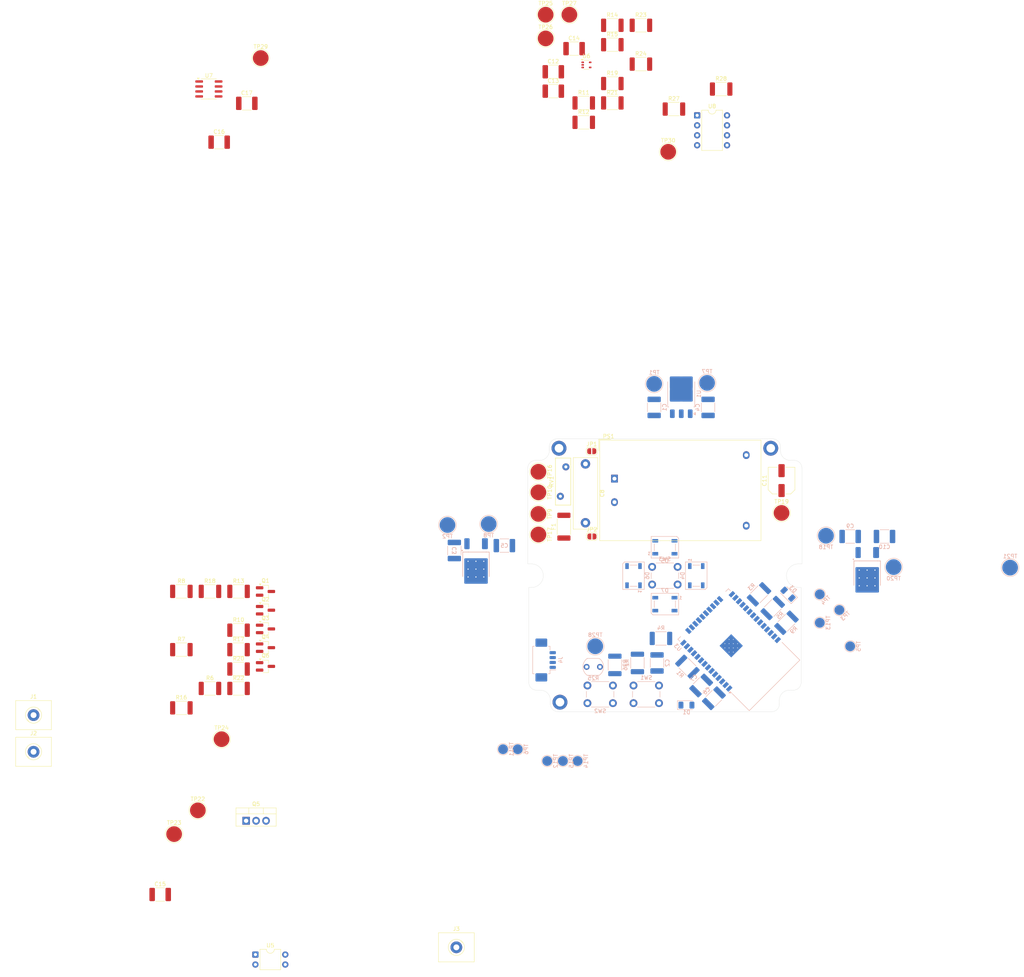
<source format=kicad_pcb>
(kicad_pcb (version 20241229) (generator "pcbnew") (generator_version "9.0")
  (layers (0 "F.Cu" signal) (2 "B.Cu" signal) (13 "F.Paste" user) (15 "B.Paste" user) (5 "F.SilkS" user "F.Silkscreen") (7 "B.SilkS" user "B.Silkscreen") (1 "F.Mask" user) (3 "B.Mask" user) (25 "Edge.Cuts" user))
  (net 0 "")
  (net 1 "GND")
  (net 2 "VCC")
  (net 3 "Net-(U3-EN)")
  (net 4 "3V3")
  (net 5 "/N")
  (net 6 "V5V")
  (net 7 "Net-(C12-Pad2)")
  (net 8 "Net-(C13-Pad1)")
  (net 9 "V5V2")
  (net 10 "Net-(JP1-A)")
  (net 11 "Net-(D1-A)")
  (net 12 "Net-(D3-A)")
  (net 13 "Net-(D4-DIN)")
  (net 14 "Net-(D4-DOUT)")
  (net 15 "Net-(D5-DOUT)")
  (net 16 "Net-(D6-DOUT)")
  (net 18 "/L")
  (net 19 "Net-(U7-FILTER)")
  (net 20 "Net-(J4-Pin_3)")
  (net 21 "/communication")
  (net 22 "/triac in")
  (net 23 "Net-(Q2-B)")
  (net 24 "Net-(J4-Pin_2)")
  (net 25 "Net-(JP1-B)")
  (net 26 "Net-(JP2-B)")
  (net 27 "Net-(Q1-B)")
  (net 28 "/button in")
  (net 29 "Net-(Q1-C)")
  (net 30 "Net-(Q2-E)")
  (net 31 "Net-(Q3-G)")
  (net 32 "/switch ")
  (net 33 "Net-(R8-Pad2)")
  (net 34 "/in+")
  (net 35 "/in-")
  (net 36 "Net-(U3-IO0)")
  (net 37 "Net-(U3-IO12)")
  (net 38 "/V_isolation")
  (net 39 "/L_sense")
  (net 40 "Net-(U3-IO19)")
  (net 41 "/defacto_en")
  (net 42 "/ring light")
  (net 43 "Net-(R16-Pad1)")
  (net 44 "/AN XS1")
  (net 45 "/AN XS2")
  (net 46 "/DIG XS")
  (net 47 "/XTAL IN")
  (net 48 "/XTAL OUT")
  (net 49 "/I_sense")
  (net 50 "/V_sense")
  (net 51 "Net-(R21-Pad1)")
  (net 52 "Net-(R27-Pad1)")
  (net 53 "Net-(R28-Pad2)")
  (net 54 "Net-(U3-SDO{slash}SD0)")
  (net 55 "Net-(U3-SDI{slash}SD1)")
  (net 56 "Net-(U3-SCK{slash}CLK)")
  (net 57 "Net-(U3-SCS{slash}CMD)")
  (footprint "Package_DIP:DIP-8_W7.62mm" (layer "F.Cu") (at 201.98 -40.38)
    (property "Reference" "U8" (at 3.81 -2.33 0) (layer "F.SilkS"))
    (property "Value" "HCNR200-500E")
    (pad "1" thru_hole roundrect (at 0 0) (size 1.6 1.6) (drill 0.8) (layers "*.Cu" "*.Mask") (roundrect_rratio 0.15625) (net 1 "GND"))
    (pad "2" thru_hole circle (at 0 2.54) (size 1.6 1.6) (drill 0.8) (layers "*.Cu" "*.Mask") (net 52 "Net-(R27-Pad1)"))
    (pad "3" thru_hole circle (at 0 5.08) (size 1.6 1.6) (drill 0.8) (layers "*.Cu" "*.Mask") (net 50 "/V_sense"))
    (pad "4" thru_hole circle (at 0 7.62) (size 1.6 1.6) (drill 0.8) (layers "*.Cu" "*.Mask") (net 53 "Net-(R28-Pad2)"))
    (pad "5" thru_hole circle (at 7.62 7.62) (size 1.6 1.6) (drill 0.8) (layers "*.Cu" "*.Mask") (net 34 "/in+"))
    (pad "6" thru_hole circle (at 7.62 5.08) (size 1.6 1.6) (drill 0.8) (layers "*.Cu" "*.Mask") (net 35 "/in-"))
    (pad "7" thru_hole circle (at 7.62 2.54) (size 1.6 1.6) (drill 0.8) (layers "*.Cu" "*.Mask"))
    (pad "8" thru_hole circle (at 7.62 0) (size 1.6 1.6) (drill 0.8) (layers "*.Cu" "*.Mask"))
  )
  (footprint "TestPoint:TestPoint_Pad_D4.0mm" (layer "F.Cu") (at 161.5 61.25 -90)
    (property "Reference" "TP9" (at 0 -2.898 90) (layer "F.SilkS"))
    (property "Value" "TestPoint")
    (pad "1" smd circle (at 0 0 270) (size 4 4) (layers "F.Cu" "F.Mask") (net 10 "Net-(JP1-A)"))
  )
  (footprint "Package_TO_SOT_SMD:SOT-23_Handsoldering" (layer "F.Cu") (at 91.91 100.125)
    (property "Reference" "Q6" (at 0 -2.75 0) (layer "F.SilkS"))
    (property "Value" "NPN")
    (pad "1" smd roundrect (at -1.5 -0.95) (size 1.9 0.8) (layers "F.Cu" "F.Mask" "F.Paste") (net 1 "GND"))
    (pad "2" smd roundrect (at -1.5 0.95) (size 1.9 0.8) (layers "F.Cu" "F.Mask" "F.Paste") (net 28 "/button in"))
    (pad "3" smd roundrect (at 1.5 0) (size 1.9 0.8) (layers "F.Cu" "F.Mask" "F.Paste") (net 1 "GND"))
  )
  (footprint "Resistor_SMD:R_1812_4532Metric_Pad1.30x3.40mm_HandSolder" (layer "F.Cu") (at 85.04 95.85)
    (property "Reference" "R17" (at 0 -2.65 0) (layer "F.SilkS"))
    (property "Value" "100k")
    (pad "1" smd roundrect (at -2.225 0) (size 1.3 3.4) (layers "F.Cu" "F.Mask" "F.Paste") (roundrect_rratio 0.192308) (net 29 "Net-(Q1-C)"))
    (pad "2" smd roundrect (at 2.225 0) (size 1.3 3.4) (layers "F.Cu" "F.Mask" "F.Paste") (roundrect_rratio 0.192308) (net 31 "Net-(Q3-G)"))
  )
  (footprint "Jumper:SolderJumper-2_P1.3mm_Open_RoundedPad1.0x1.5mm" (layer "F.Cu") (at 175.15 67)
    (property "Reference" "JP2" (at 0 -1.8 0) (layer "F.SilkS"))
    (property "Value" "SolderJumper_2_Open" (hide yes))
    (pad "1" smd custom (at -0.65 0) (size 1 0.5) (layers "F.Cu" "F.Mask") (net 5 "/N") (options (clearance outline) (anchor rect)) (primitives (gr_circle (center 0 0.25) (end 0.5 0.25) (width 0) (fill yes)) (gr_circle (center 0 -0.25) (end 0.5 -0.25) (width 0) (fill yes)) (gr_poly (pts (xy 0.5 0.75) (xy 0 0.75) (xy 0 -0.75) (xy 0.5 -0.75)) (width 0) (fill yes))))
    (pad "2" smd custom (at 0.65 0) (size 1 0.5) (layers "F.Cu" "F.Mask") (net 26 "Net-(JP2-B)") (options (clearance outline) (anchor rect)) (primitives (gr_circle (center 0 0.25) (end 0.5 0.25) (width 0) (fill yes)) (gr_circle (center 0 -0.25) (end 0.5 -0.25) (width 0) (fill yes)) (gr_poly (pts (xy 0 0.75) (xy -0.5 0.75) (xy -0.5 -0.75) (xy 0 -0.75)) (width 0) (fill yes))))
  )
  (footprint "Capacitor_SMD:C_1812_4532Metric" (layer "F.Cu") (at 65.06 158.29)
    (property "Reference" "C15" (at 0 -2.65 0) (layer "F.SilkS"))
    (property "Value" "22uf")
    (pad "1" smd roundrect (at -2.05 0) (size 1.4 3.4) (layers "F.Cu" "F.Mask" "F.Paste") (roundrect_rratio 0.178571) (net 1 "GND"))
    (pad "2" smd roundrect (at 2.05 0) (size 1.4 3.4) (layers "F.Cu" "F.Mask" "F.Paste") (roundrect_rratio 0.178571) (net 1 "GND"))
  )
  (footprint "Resistor_SMD:R_1812_4532Metric_Pad1.30x3.40mm_HandSolder" (layer "F.Cu") (at 70.46 110.7)
    (property "Reference" "R16" (at 0 -2.65 0) (layer "F.SilkS"))
    (property "Value" "1k")
    (pad "1" smd roundrect (at -2.225 0) (size 1.3 3.4) (layers "F.Cu" "F.Mask" "F.Paste") (roundrect_rratio 0.192308) (net 43 "Net-(R16-Pad1)"))
    (pad "2" smd roundrect (at 2.225 0) (size 1.3 3.4) (layers "F.Cu" "F.Mask" "F.Paste") (roundrect_rratio 0.192308) (net 22 "/triac in"))
  )
  (footprint "TestPoint:TestPoint_Pad_D4.0mm" (layer "F.Cu") (at 68.61 142.89)
    (property "Reference" "TP23" (at 0 -2.898 0) (layer "F.SilkS"))
    (property "Value" "TestPoint")
    (pad "1" smd circle (at 0 0) (size 4 4) (layers "F.Cu" "F.Mask") (net 22 "/triac in"))
  )
  (footprint "Package_TO_SOT_THT:TO-220-3_Vertical" (layer "F.Cu") (at 86.97 139.49)
    (property "Reference" "Q5" (at 2.54 -4.27 0) (layer "F.SilkS"))
    (property "Value" "BTA16-600B")
    (pad "1" thru_hole rect (at 0 0) (size 1.905 2) (drill 1.1) (layers "*.Cu" "*.Mask") (net 5 "/N"))
    (pad "2" thru_hole oval (at 2.54 0) (size 1.905 2) (drill 1.1) (layers "*.Cu" "*.Mask") (net 18 "/L"))
    (pad "3" thru_hole oval (at 5.08 0) (size 1.905 2) (drill 1.1) (layers "*.Cu" "*.Mask") (net 22 "/triac in"))
  )
  (footprint "Resistor_SMD:R_1812_4532Metric_Pad1.30x3.40mm_HandSolder" (layer "F.Cu") (at 173.06 -43.55)
    (property "Reference" "R11" (at 0 -2.65 0) (layer "F.SilkS"))
    (property "Value" "1M")
    (pad "1" smd roundrect (at -2.225 0) (size 1.3 3.4) (layers "F.Cu" "F.Mask" "F.Paste") (roundrect_rratio 0.192308) (net 7 "Net-(C12-Pad2)"))
    (pad "2" smd roundrect (at 2.225 0) (size 1.3 3.4) (layers "F.Cu" "F.Mask" "F.Paste") (roundrect_rratio 0.192308) (net 18 "/L"))
  )
  (footprint "Resistor_SMD:R_1812_4532Metric_Pad1.30x3.40mm_HandSolder" (layer "F.Cu") (at 77.75 105.75)
    (property "Reference" "R6" (at 0 -2.65 0) (layer "F.SilkS"))
    (property "Value" "4.7k")
    (pad "1" smd roundrect (at -2.225 0) (size 1.3 3.4) (layers "F.Cu" "F.Mask" "F.Paste") (roundrect_rratio 0.192308) (net 41 "/defacto_en"))
    (pad "2" smd roundrect (at 2.225 0) (size 1.3 3.4) (layers "F.Cu" "F.Mask" "F.Paste") (roundrect_rratio 0.192308) (net 27 "Net-(Q1-B)"))
  )
  (footprint "Jumper:SolderJumper-2_P1.3mm_Open_RoundedPad1.0x1.5mm" (layer "F.Cu") (at 175.1 45.25)
    (property "Reference" "JP1" (at 0 -1.8 0) (layer "F.SilkS"))
    (property "Value" "SolderJumper_2_Open" (hide yes))
    (pad "1" smd custom (at -0.65 0) (size 1 0.5) (layers "F.Cu" "F.Mask") (net 10 "Net-(JP1-A)") (options (clearance outline) (anchor rect)) (primitives (gr_circle (center 0 0.25) (end 0.5 0.25) (width 0) (fill yes)) (gr_circle (center 0 -0.25) (end 0.5 -0.25) (width 0) (fill yes)) (gr_poly (pts (xy 0.5 0.75) (xy 0 0.75) (xy 0 -0.75) (xy 0.5 -0.75)) (width 0) (fill yes))))
    (pad "2" smd custom (at 0.65 0) (size 1 0.5) (layers "F.Cu" "F.Mask") (net 25 "Net-(JP1-B)") (options (clearance outline) (anchor rect)) (primitives (gr_circle (center 0 0.25) (end 0.5 0.25) (width 0) (fill yes)) (gr_circle (center 0 -0.25) (end 0.5 -0.25) (width 0) (fill yes)) (gr_poly (pts (xy 0 0.75) (xy -0.5 0.75) (xy -0.5 -0.75) (xy 0 -0.75)) (width 0) (fill yes))))
  )
  (footprint "Resistor_SMD:R_1812_4532Metric_Pad1.30x3.40mm_HandSolder" (layer "F.Cu") (at 85.04 100.8)
    (property "Reference" "R20" (at 0 -2.65 0) (layer "F.SilkS"))
    (property "Value" "100k")
    (pad "1" smd roundrect (at -2.225 0) (size 1.3 3.4) (layers "F.Cu" "F.Mask" "F.Paste") (roundrect_rratio 0.192308) (net 28 "/button in"))
    (pad "2" smd roundrect (at 2.225 0) (size 1.3 3.4) (layers "F.Cu" "F.Mask" "F.Paste") (roundrect_rratio 0.192308) (net 22 "/triac in"))
  )
  (footprint "Resistor_SMD:R_1812_4532Metric_Pad1.30x3.40mm_HandSolder" (layer "F.Cu") (at 180.35 -63.35)
    (property "Reference" "R14" (at 0 -2.65 0) (layer "F.SilkS"))
    (property "Value" "2.2K")
    (pad "1" smd roundrect (at -2.225 0) (size 1.3 3.4) (layers "F.Cu" "F.Mask" "F.Paste") (roundrect_rratio 0.192308) (net 34 "/in+"))
    (pad "2" smd roundrect (at 2.225 0) (size 1.3 3.4) (layers "F.Cu" "F.Mask" "F.Paste") (roundrect_rratio 0.192308) (net 7 "Net-(C12-Pad2)"))
  )
  (footprint "Resistor_SMD:R_1812_4532Metric_Pad1.30x3.40mm_HandSolder" (layer "F.Cu") (at 180.35 -48.5)
    (property "Reference" "R19" (at 0 -2.65 0) (layer "F.SilkS"))
    (property "Value" "22K")
    (pad "1" smd roundrect (at -2.225 0) (size 1.3 3.4) (layers "F.Cu" "F.Mask" "F.Paste") (roundrect_rratio 0.192308) (net 6 "V5V"))
    (pad "2" smd roundrect (at 2.225 0) (size 1.3 3.4) (layers "F.Cu" "F.Mask" "F.Paste") (roundrect_rratio 0.192308) (net 34 "/in+"))
  )
  (footprint "Resistor_SMD:R_1812_4532Metric_Pad1.30x3.40mm_HandSolder" (layer "F.Cu") (at 70.46 95.85)
    (property "Reference" "R7" (at 0 -2.65 0) (layer "F.SilkS"))
    (property "Value" "1k")
    (pad "1" smd roundrect (at -2.225 0) (size 1.3 3.4) (layers "F.Cu" "F.Mask" "F.Paste") (roundrect_rratio 0.192308) (net 6 "V5V"))
    (pad "2" smd roundrect (at 2.225 0) (size 1.3 3.4) (layers "F.Cu" "F.Mask" "F.Paste") (roundrect_rratio 0.192308) (net 28 "/button in"))
  )
  (footprint "Capacitor_SMD:C_1812_4532Metric" (layer "F.Cu") (at 170.6 -57.4)
    (property "Reference" "C14" (at 0 -2.65 0) (layer "F.SilkS"))
    (property "Value" "10uf")
    (pad "1" smd roundrect (at -2.05 0) (size 1.4 3.4) (layers "F.Cu" "F.Mask" "F.Paste") (roundrect_rratio 0.178571) (net 6 "V5V"))
    (pad "2" smd roundrect (at 2.05 0) (size 1.4 3.4) (layers "F.Cu" "F.Mask" "F.Paste") (roundrect_rratio 0.178571) (net 1 "GND"))
  )
  (footprint "MountingHole:MountingHole_2.2mm_M2_DIN965_Pad_TopBottom" (layer "F.Cu") (at 220.75 44.5)
    (property "Reference" "REF**" (hide yes))
    (property "Value" "MountingHole_2.2mm_M2_DIN965_Pad_TopBottom" (hide yes))
    (pad "1" thru_hole circle (at 0 0) (size 2.6 2.6) (drill 2.2) (layers "*.Cu" "*.Mask"))
    (pad "1" connect circle (at 0 0) (size 3.8 3.8) (layers "F.Cu" "F.Mask"))
    (pad "1" connect circle (at 0 0) (size 3.8 3.8) (layers "B.Cu" "B.Mask"))
  )
  (footprint "TerminalBlock_MetzConnect:TerminalBlock_MetzConnect_360271_1x01_Horizontal_ScrewM3.0_Boxed" (layer "F.Cu") (at 32.765 112.55)
    (property "Reference" "J1" (at 0 -4.71 0) (layer "F.SilkS"))
    (property "Value" "Screw_Terminal_01x01")
    (pad "1" thru_hole circle (at 0 0) (size 3 3) (drill 1.5) (layers "*.Cu" "*.Mask") (net 18 "/L"))
  )
  (footprint "Resistor_SMD:R_1812_4532Metric_Pad1.30x3.40mm_HandSolder" (layer "F.Cu") (at 187.64 -53.45)
    (property "Reference" "R24" (at 0 -2.65 0) (layer "F.SilkS"))
    (property "Value" "2.2K")
    (pad "1" smd roundrect (at -2.225 0) (size 1.3 3.4) (layers "F.Cu" "F.Mask" "F.Paste") (roundrect_rratio 0.192308) (net 38 "/V_isolation"))
    (pad "2" smd roundrect (at 2.225 0) (size 1.3 3.4) (layers "F.Cu" "F.Mask" "F.Paste") (roundrect_rratio 0.192308) (net 1 "GND"))
  )
  (footprint "Capacitor_SMD:C_Elec_6.3x7.7" (layer "F.Cu") (at 223.5 52.75 90)
    (property "Reference" "C11" (at 0 -4.35 90) (layer "F.SilkS"))
    (property "Value" "150uf")
    (pad "1" smd roundrect (at -2.5375 0 90) (size 3.325 1.6) (layers "F.Cu" "F.Mask" "F.Paste") (roundrect_rratio 0.15625) (net 2 "VCC"))
    (pad "2" smd roundrect (at 2.5375 0 90) (size 3.325 1.6) (layers "F.Cu" "F.Mask" "F.Paste") (roundrect_rratio 0.15625) (net 1 "GND"))
  )
  (footprint "TestPoint:TestPoint_Pad_D4.0mm" (layer "F.Cu") (at 163.35 -60)
    (property "Reference" "TP26" (at 0 -2.898 0) (layer "F.SilkS"))
    (property "Value" "TestPoint")
    (pad "1" smd circle (at 0 0) (size 4 4) (layers "F.Cu" "F.Mask") (net 35 "/in-"))
  )
  (footprint "MountingHole:MountingHole_2.2mm_M2_DIN965_Pad_TopBottom" (layer "F.Cu") (at 167 109.25)
    (property "Reference" "REF**" (hide yes))
    (property "Value" "MountingHole_2.2mm_M2_DIN965_Pad_TopBottom" (hide yes))
    (pad "1" thru_hole circle (at 0 0) (size 2.6 2.6) (drill 2.2) (layers "*.Cu" "*.Mask"))
    (pad "1" connect circle (at 0 0) (size 3.8 3.8) (layers "F.Cu" "F.Mask"))
    (pad "1" connect circle (at 0 0) (size 3.8 3.8) (layers "B.Cu" "B.Mask"))
  )
  (footprint "TestPoint:TestPoint_Pad_D4.0mm" (layer "F.Cu") (at 161.5 55.75 -90)
    (property "Reference" "TP10" (at 0 -2.898 90) (layer "F.SilkS"))
    (property "Value" "TestPoint")
    (pad "1" smd circle (at 0 0 270) (size 4 4) (layers "F.Cu" "F.Mask") (net 5 "/N"))
  )
  (footprint "Package_TO_SOT_SMD:SOT-353_SC-70-5" (layer "F.Cu") (at 173.75 -53.25)
    (property "Reference" "U6" (at 0 -2.25 0) (layer "F.SilkS"))
    (property "Value" "TLV9001IDCK")
    (pad "1" smd roundrect (at -0.95 -0.65) (size 0.65 0.4) (layers "F.Cu" "F.Mask" "F.Paste") (net 34 "/in+"))
    (pad "2" smd roundrect (at -0.95 0) (size 0.65 0.4) (layers "F.Cu" "F.Mask" "F.Paste") (net 1 "GND"))
    (pad "3" smd roundrect (at -0.95 0.65) (size 0.65 0.4) (layers "F.Cu" "F.Mask" "F.Paste") (net 35 "/in-"))
    (pad "4" smd roundrect (at 0.95 0.65) (size 0.65 0.4) (layers "F.Cu" "F.Mask" "F.Paste") (net 51 "Net-(R21-Pad1)"))
    (pad "5" smd roundrect (at 0.95 -0.65) (size 0.65 0.4) (layers "F.Cu" "F.Mask" "F.Paste") (net 6 "V5V"))
  )
  (footprint "Resistor_SMD:R_1812_4532Metric_Pad1.30x3.40mm_HandSolder" (layer "F.Cu") (at 180.35 -43.55)
    (property "Reference" "R21" (at 0 -2.65 0) (layer "F.SilkS"))
    (property "Value" "22K")
    (pad "1" smd roundrect (at -2.225 0) (size 1.3 3.4) (layers "F.Cu" "F.Mask" "F.Paste") (roundrect_rratio 0.192308) (net 51 "Net-(R21-Pad1)"))
    (pad "2" smd roundrect (at 2.225 0) (size 1.3 3.4) (layers "F.Cu" "F.Mask" "F.Paste") (roundrect_rratio 0.192308) (net 35 "/in-"))
  )
  (footprint "Package_DIP:DIP-4_W7.62mm" (layer "F.Cu") (at 89.34 173.61)
    (property "Reference" "U5" (at 3.81 -2.33 0) (layer "F.SilkS"))
    (property "Value" "PC817")
    (pad "1" thru_hole roundrect (at 0 0) (size 1.6 1.6) (drill 0.8) (layers "*.Cu" "*.Mask") (roundrect_rratio 0.15625) (net 33 "Net-(R8-Pad2)"))
    (pad "2" thru_hole circle (at 0 2.54) (size 1.6 1.6) (drill 0.8) (layers "*.Cu" "*.Mask") (net 1 "GND"))
    (pad "3" thru_hole circle (at 7.62 2.54) (size 1.6 1.6) (drill 0.8) (layers "*.Cu" "*.Mask") (net 43 "Net-(R16-Pad1)"))
    (pad "4" thru_hole circle (at 7.62 0) (size 1.6 1.6) (drill 0.8) (layers "*.Cu" "*.Mask") (net 9 "V5V2"))
  )
  (footprint "TestPoint:TestPoint_Pad_D4.0mm" (layer "F.Cu") (at 74.66 136.84)
    (property "Reference" "TP22" (at 0 -2.898 0) (layer "F.SilkS"))
    (property "Value" "TestPoint")
    (pad "1" smd circle (at 0 0) (size 4 4) (layers "F.Cu" "F.Mask") (net 29 "Net-(Q1-C)"))
  )
  (footprint "Resistor_SMD:R_1812_4532Metric_Pad1.30x3.40mm_HandSolder" (layer "F.Cu") (at 77.75 81)
    (property "Reference" "R18" (at 0 -2.65 0) (layer "F.SilkS"))
    (property "Value" "1k")
    (pad "1" smd roundrect (at -2.225 0) (size 1.3 3.4) (layers "F.Cu" "F.Mask" "F.Paste") (roundrect_rratio 0.192308) (net 22 "/triac in"))
    (pad "2" smd roundrect (at 2.225 0) (size 1.3 3.4) (layers "F.Cu" "F.Mask" "F.Paste") (roundrect_rratio 0.192308) (net 1 "GND"))
  )
  (footprint "MountingHole:MountingHole_2.2mm_M2_DIN965_Pad_TopBottom" (layer "F.Cu") (at 166.75 44.5)
    (property "Reference" "REF**" (hide yes))
    (property "Value" "MountingHole_2.2mm_M2_DIN965_Pad_TopBottom" (hide yes))
    (pad "1" thru_hole circle (at 0 0) (size 2.6 2.6) (drill 2.2) (layers "*.Cu" "*.Mask"))
    (pad "1" connect circle (at 0 0) (size 3.8 3.8) (layers "F.Cu" "F.Mask"))
    (pad "1" connect circle (at 0 0) (size 3.8 3.8) (layers "B.Cu" "B.Mask"))
  )
  (footprint "Package_TO_SOT_SMD:SOT-23_Handsoldering" (layer "F.Cu") (at 91.91 81.025)
    (property "Reference" "Q1" (at 0 -2.75 0) (layer "F.SilkS"))
    (property "Value" "NPN")
    (pad "1" smd roundrect (at -1.5 -0.95) (size 1.9 0.8) (layers "F.Cu" "F.Mask" "F.Paste") (net 29 "Net-(Q1-C)"))
    (pad "2" smd roundrect (at -1.5 0.95) (size 1.9 0.8) (layers "F.Cu" "F.Mask" "F.Paste") (net 27 "Net-(Q1-B)"))
    (pad "3" smd roundrect (at 1.5 0) (size 1.9 0.8) (layers "F.Cu" "F.Mask" "F.Paste") (net 1 "GND"))
  )
  (footprint "Capacitor_SMD:C_1812_4532Metric" (layer "F.Cu") (at 165.3 -51.5)
    (property "Reference" "C12" (at 0 -2.65 0) (layer "F.SilkS"))
    (property "Value" "10uf")
    (pad "1" smd roundrect (at -2.05 0) (size 1.4 3.4) (layers "F.Cu" "F.Mask" "F.Paste") (roundrect_rratio 0.178571) (net 1 "GND"))
    (pad "2" smd roundrect (at 2.05 0) (size 1.4 3.4) (layers "F.Cu" "F.Mask" "F.Paste") (roundrect_rratio 0.178571) (net 7 "Net-(C12-Pad2)"))
  )
  (footprint "TestPoint:TestPoint_Pad_D4.0mm" (layer "F.Cu") (at 161.5 66.5 -90)
    (property "Reference" "TP17" (at 0 -2.898 90) (layer "F.SilkS"))
    (property "Value" "TestPoint")
    (pad "1" smd circle (at 0 0 270) (size 4 4) (layers "F.Cu" "F.Mask") (net 26 "Net-(JP2-B)"))
  )
  (footprint "Varistor:RV_Disc_D12mm_W3.9mm_P7.5mm" (layer "F.Cu") (at 168.5 49.25 -90)
    (property "Reference" "RV1" (at 3.75 3.65 90) (layer "F.SilkS"))
    (property "Value" "Varistor")
    (pad "1" thru_hole circle (at 0 0 270) (size 1.8 1.8) (drill 0.8) (layers "*.Cu" "*.Mask") (net 10 "Net-(JP1-A)"))
    (pad "2" thru_hole circle (at 7.5 1.4 270) (size 1.8 1.8) (drill 0.8) (layers "*.Cu" "*.Mask") (net 5 "/N"))
  )
  (footprint "TerminalBlock_MetzConnect:TerminalBlock_MetzConnect_360271_1x01_Horizontal_ScrewM3.0_Boxed" (layer "F.Cu") (at 32.765 121.9)
    (property "Reference" "J2" (at 0 -4.71 0) (layer "F.SilkS"))
    (property "Value" "Screw_Terminal_01x01")
    (pad "1" thru_hole circle (at 0 0) (size 3 3) (drill 1.5) (layers "*.Cu" "*.Mask") (net 5 "/N"))
  )
  (footprint "TestPoint:TestPoint_Pad_D4.0mm" (layer "F.Cu") (at 223.5 61)
    (property "Reference" "TP19" (at 0 -2.898 0) (layer "F.SilkS"))
    (property "Value" "TestPoint")
    (pad "1" smd circle (at 0 0) (size 4 4) (layers "F.Cu" "F.Mask") (net 2 "VCC"))
  )
  (footprint "Resistor_SMD:R_1812_4532Metric_Pad1.30x3.40mm_HandSolder" (layer "F.Cu") (at 180.35 -58.4)
    (property "Reference" "R15" (at 0 -2.65 0) (layer "F.SilkS"))
    (property "Value" "2.2K")
    (pad "1" smd roundrect (at -2.225 0) (size 1.3 3.4) (layers "F.Cu" "F.Mask" "F.Paste") (roundrect_rratio 0.192308) (net 35 "/in-"))
    (pad "2" smd roundrect (at 2.225 0) (size 1.3 3.4) (layers "F.Cu" "F.Mask" "F.Paste") (roundrect_rratio 0.192308) (net 8 "Net-(C13-Pad1)"))
  )
  (footprint "Resistor_SMD:R_1812_4532Metric_Pad1.30x3.40mm_HandSolder" (layer "F.Cu") (at 70.46 81)
    (property "Reference" "R8" (at 0 -2.65 0) (layer "F.SilkS"))
    (property "Value" "1k")
    (pad "1" smd roundrect (at -2.225 0) (size 1.3 3.4) (layers "F.Cu" "F.Mask" "F.Paste") (roundrect_rratio 0.192308) (net 32 "/switch "))
    (pad "2" smd roundrect (at 2.225 0) (size 1.3 3.4) (layers "F.Cu" "F.Mask" "F.Paste") (roundrect_rratio 0.192308) (net 33 "Net-(R8-Pad2)"))
  )
  (footprint "Capacitor_SMD:C_1812_4532Metric" (layer "F.Cu") (at 165.3 -46.55)
    (property "Reference" "C13" (at 0 -2.65 0) (layer "F.SilkS"))
    (property "Value" "10uf")
    (pad "1" smd roundrect (at -2.05 0) (size 1.4 3.4) (layers "F.Cu" "F.Mask" "F.Paste") (roundrect_rratio 0.178571) (net 8 "Net-(C13-Pad1)"))
    (pad "2" smd roundrect (at 2.05 0) (size 1.4 3.4) (layers "F.Cu" "F.Mask" "F.Paste") (roundrect_rratio 0.178571) (net 1 "GND"))
  )
  (footprint "Converter_ACDC:Converter_ACDC_Hi-Link_HLK-5Mxx" (layer "F.Cu") (at 180.9 52.25)
    (property "Reference" "PS1" (at -1.5 -10.79 0) (layer "F.SilkS"))
    (property "Value" "HLK-5M12")
    (pad "1" thru_hole rect (at 0 0) (size 1.7 2) (drill 1) (layers "*.Cu" "*.Mask") (net 25 "Net-(JP1-B)"))
    (pad "2" thru_hole oval (at 0 6) (size 1.7 2) (drill 1) (layers "*.Cu" "*.Mask") (net 26 "Net-(JP2-B)"))
    (pad "3" thru_hole oval (at 33.6 -6) (size 1.7 2) (drill 1) (layers "*.Cu" "*.Mask") (net 1 "GND"))
    (pad "4" thru_hole oval (at 33.6 12) (size 1.7 2) (drill 1) (layers "*.Cu" "*.Mask") (net 2 "VCC"))
  )
  (footprint "Package_TO_SOT_SMD:SOT-23_Handsoldering" (layer "F.Cu") (at 91.91 85.8)
    (property "Reference" "Q2" (at 0 -2.75 0) (layer "F.SilkS"))
    (property "Value" "NPN")
    (pad "1" smd roundrect (at -1.5 -0.95) (size 1.9 0.8) (layers "F.Cu" "F.Mask" "F.Paste") (net 29 "Net-(Q1-C)"))
    (pad "2" smd roundrect (at -1.5 0.95) (size 1.9 0.8) (layers "F.Cu" "F.Mask" "F.Paste") (net 23 "Net-(Q2-B)"))
    (pad "3" smd roundrect (at 1.5 0) (size 1.9 0.8) (layers "F.Cu" "F.Mask" "F.Paste") (net 30 "Net-(Q2-E)"))
  )
  (footprint "Fuse:Fuse_2512_6332Metric" (layer "F.Cu") (at 168 64.5 90)
    (property "Reference" "F1" (at 0 -2.62 90) (layer "F.SilkS"))
    (property "Value" "Fuse_Small")
    (pad "1" smd roundrect (at -2.9 0 90) (size 1.35 3.35) (layers "F.Cu" "F.Mask" "F.Paste") (roundrect_rratio 0.185185) (net 18 "/L"))
    (pad "2" smd roundrect (at 2.9 0 90) (size 1.35 3.35) (layers "F.Cu" "F.Mask" "F.Paste") (roundrect_rratio 0.185185) (net 10 "Net-(JP1-A)"))
  )
  (footprint "Capacitor_THT:C_Rect_L18.0mm_W6.0mm_P15.00mm_FKS3_FKP3" (layer "F.Cu") (at 173.5 48.5 -90)
    (property "Reference" "C8" (at 7.5 -4.25 90) (layer "F.SilkS"))
    (property "Value" "0.1uf 275vac")
    (pad "1" thru_hole circle (at 0 0 270) (size 2.4 2.4) (drill 1.2) (layers "*.Cu" "*.Mask") (net 10 "Net-(JP1-A)"))
    (pad "2" thru_hole circle (at 15 0 270) (size 2.4 2.4) (drill 1.2) (layers "*.Cu" "*.Mask") (net 5 "/N"))
  )
  (footprint "TerminalBlock_MetzConnect:TerminalBlock_MetzConnect_360271_1x01_Horizontal_ScrewM3.0_Boxed" (layer "F.Cu") (at 140.58 171.765)
    (property "Reference" "J3" (at 0 -4.71 0) (layer "F.SilkS"))
    (property "Value" "Screw_Terminal_01x01")
    (pad "1" thru_hole circle (at 0 0) (size 3 3) (drill 1.5) (layers "*.Cu" "*.Mask") (net 21 "/communication"))
  )
  (footprint "Resistor_SMD:R_1812_4532Metric_Pad1.30x3.40mm_HandSolder" (layer "F.Cu") (at 85.04 81)
    (property "Reference" "R13" (at 0 -2.65 0) (layer "F.SilkS"))
    (property "Value" "10k")
    (pad "1" smd roundrect (at -2.225 0) (size 1.3 3.4) (layers "F.Cu" "F.Mask" "F.Paste") (roundrect_rratio 0.192308) (net 9 "V5V2"))
    (pad "2" smd roundrect (at 2.225 0) (size 1.3 3.4) (layers "F.Cu" "F.Mask" "F.Paste") (roundrect_rratio 0.192308) (net 29 "Net-(Q1-C)"))
  )
  (footprint "Package_TO_SOT_SMD:SOT-23_Handsoldering" (layer "F.Cu") (at 91.91 95.35)
    (property "Reference" "Q4" (at 0 -2.75 0) (layer "F.SilkS"))
    (property "Value" "NPN")
    (pad "1" smd roundrect (at -1.5 -0.95) (size 1.9 0.8) (layers "F.Cu" "F.Mask" "F.Paste") (net 31 "Net-(Q3-G)"))
    (pad "2" smd roundrect (at -1.5 0.95) (size 1.9 0.8) (layers "F.Cu" "F.Mask" "F.Paste") (net 28 "/button in"))
    (pad "3" smd roundrect (at 1.5 0) (size 1.9 0.8) (layers "F.Cu" "F.Mask" "F.Paste") (net 1 "GND"))
  )
  (footprint "Capacitor_SMD:C_1812_4532Metric" (layer "F.Cu") (at 87.145 -43.445)
    (property "Reference" "C17" (at 0 -2.65 0) (layer "F.SilkS"))
    (property "Value" "1nf")
    (pad "1" smd roundrect (at -2.05 0) (size 1.4 3.4) (layers "F.Cu" "F.Mask" "F.Paste") (roundrect_rratio 0.178571) (net 19 "Net-(U7-FILTER)"))
    (pad "2" smd roundrect (at 2.05 0) (size 1.4 3.4) (layers "F.Cu" "F.Mask" "F.Paste") (roundrect_rratio 0.178571) (net 1 "GND"))
  )
  (footprint "Capacitor_SMD:C_1812_4532Metric" (layer "F.Cu") (at 80.095 -33.545)
    (property "Reference" "C16" (at 0 -2.65 0) (layer "F.SilkS"))
    (property "Value" "0.1uf")
    (pad "1" smd roundrect (at -2.05 0) (size 1.4 3.4) (layers "F.Cu" "F.Mask" "F.Paste") (roundrect_rratio 0.178571) (net 6 "V5V"))
    (pad "2" smd roundrect (at 2.05 0) (size 1.4 3.4) (layers "F.Cu" "F.Mask" "F.Paste") (roundrect_rratio 0.178571) (net 1 "GND"))
  )
  (footprint "Resistor_SMD:R_1812_4532Metric_Pad1.30x3.40mm_HandSolder" (layer "F.Cu") (at 208.1 -47.09)
    (property "Reference" "R28" (at 0 -2.65 0) (layer "F.SilkS"))
    (property "Value" "2.2K")
    (pad "1" smd roundrect (at -2.225 0) (size 1.3 3.4) (layers "F.Cu" "F.Mask" "F.Paste") (roundrect_rratio 0.192308) (net 6 "V5V"))
    (pad "2" smd roundrect (at 2.225 0) (size 1.3 3.4) (layers "F.Cu" "F.Mask" "F.Paste") (roundrect_rratio 0.192308) (net 53 "Net-(R28-Pad2)"))
  )
  (footprint "TestPoint:TestPoint_Pad_D4.0mm" (layer "F.Cu") (at 90.695 -54.995)
    (property "Reference" "TP29" (at 0 -2.898 0) (layer "F.SilkS"))
    (property "Value" "TestPoint")
    (pad "1" smd circle (at 0 0) (size 4 4) (layers "F.Cu" "F.Mask") (net 49 "/I_sense"))
  )
  (footprint "TestPoint:TestPoint_Pad_D4.0mm" (layer "F.Cu") (at 194.6 -31.09)
    (property "Reference" "TP30" (at 0 -2.898 0) (layer "F.SilkS"))
    (property "Value" "TestPoint")
    (pad "1" smd circle (at 0 0) (size 4 4) (layers "F.Cu" "F.Mask") (net 50 "/V_sense"))
  )
  (footprint "Resistor_SMD:R_1812_4532Metric_Pad1.30x3.40mm_HandSolder" (layer "F.Cu") (at 196.06 -41.99)
    (property "Reference" "R27" (at 0 -2.65 0) (layer "F.SilkS"))
    (property "Value" "4.7k")
    (pad "1" smd roundrect (at -2.225 0) (size 1.3 3.4) (layers "F.Cu" "F.Mask" "F.Paste") (roundrect_rratio 0.192308) (net 52 "Net-(R27-Pad1)"))
    (pad "2" smd roundrect (at 2.225 0) (size 1.3 3.4) (layers "F.Cu" "F.Mask" "F.Paste") (roundrect_rratio 0.192308) (net 38 "/V_isolation"))
  )
  (footprint "Package_SO:SOIC-8_3.9x4.9mm_P1.27mm" (layer "F.Cu") (at 77.475 -47.115)
    (property "Reference" "U7" (at 0 -3.4 0) (layer "F.SilkS"))
    (property "Value" "ACS712xLCTR-20A")
    (pad "1" smd roundrect (at -2.475 -1.905) (size 1.95 0.6) (layers "F.Cu" "F.Mask" "F.Paste") (net 18 "/L"))
    (pad "2" smd roundrect (at -2.475 -0.635) (size 1.95 0.6) (layers "F.Cu" "F.Mask" "F.Paste") (net 18 "/L"))
    (pad "3" smd roundrect (at -2.475 0.635) (size 1.95 0.6) (layers "F.Cu" "F.Mask" "F.Paste") (net 5 "/N"))
    (pad "4" smd roundrect (at -2.475 1.905) (size 1.95 0.6) (layers "F.Cu" "F.Mask" "F.Paste") (net 5 "/N"))
    (pad "5" smd roundrect (at 2.475 1.905) (size 1.95 0.6) (layers "F.Cu" "F.Mask" "F.Paste") (net 1 "GND"))
    (pad "6" smd roundrect (at 2.475 0.635) (size 1.95 0.6) (layers "F.Cu" "F.Mask" "F.Paste") (net 19 "Net-(U7-FILTER)"))
    (pad "7" smd roundrect (at 2.475 -0.635) (size 1.95 0.6) (layers "F.Cu" "F.Mask" "F.Paste") (net 49 "/I_sense"))
    (pad "8" smd roundrect (at 2.475 -1.905) (size 1.95 0.6) (layers "F.Cu" "F.Mask" "F.Paste") (net 6 "V5V"))
  )
  (footprint "Resistor_SMD:R_1812_4532Metric_Pad1.30x3.40mm_HandSolder" (layer "F.Cu") (at 187.64 -63.35)
    (property "Reference" "R23" (at 0 -2.65 0) (layer "F.SilkS"))
    (property "Value" "2.2K")
    (pad "1" smd roundrect (at -2.225 0) (size 1.3 3.4) (layers "F.Cu" "F.Mask" "F.Paste") (roundrect_rratio 0.192308) (net 38 "/V_isolation"))
    (pad "2" smd roundrect (at 2.225 0) (size 1.3 3.4) (layers "F.Cu" "F.Mask" "F.Paste") (roundrect_rratio 0.192308) (net 51 "Net-(R21-Pad1)"))
  )
  (footprint "TestPoint:TestPoint_Pad_D4.0mm" (layer "F.Cu") (at 169.4 -66.05)
    (property "Reference" "TP27" (at 0 -2.898 0) (layer "F.SilkS"))
    (property "Value" "TestPoint")
    (pad "1" smd circle (at 0 0) (size 4 4) (layers "F.Cu" "F.Mask") (net 38 "/V_isolation"))
  )
  (footprint "Resistor_SMD:R_1812_4532Metric_Pad1.30x3.40mm_HandSolder" (layer "F.Cu") (at 85.04 90.9)
    (property "Reference" "R10" (at 0 -2.65 0) (layer "F.SilkS"))
    (property "Value" "4.7k")
    (pad "1" smd roundrect (at -2.225 0) (size 1.3 3.4) (layers "F.Cu" "F.Mask" "F.Paste") (roundrect_rratio 0.192308) (net 29 "Net-(Q1-C)"))
    (pad "2" smd roundrect (at 2.225 0) (size 1.3 3.4) (layers "F.Cu" "F.Mask" "F.Paste") (roundrect_rratio 0.192308) (net 23 "Net-(Q2-B)"))
  )
  (footprint "Resistor_SMD:R_1812_4532Metric_Pad1.30x3.40mm_HandSolder" (layer "F.Cu") (at 173.06 -38.6)
    (property "Reference" "R12" (at 0 -2.65 0) (layer "F.SilkS"))
    (property "Value" "1M")
    (pad "1" smd roundrect (at -2.225 0) (size 1.3 3.4) (layers "F.Cu" "F.Mask" "F.Paste") (roundrect_rratio 0.192308) (net 8 "Net-(C13-Pad1)"))
    (pad "2" smd roundrect (at 2.225 0) (size 1.3 3.4) (layers "F.Cu" "F.Mask" "F.Paste") (roundrect_rratio 0.192308) (net 5 "/N"))
  )
  (footprint "TestPoint:TestPoint_Pad_D4.0mm" (layer "F.Cu") (at 161.5 50.5 -90)
    (property "Reference" "TP16" (at 0 -2.898 90) (layer "F.SilkS"))
    (property "Value" "TestPoint")
    (pad "1" smd circle (at 0 0 270) (size 4 4) (layers "F.Cu" "F.Mask") (net 25 "Net-(JP1-B)"))
  )
  (footprint "TestPoint:TestPoint_Pad_D4.0mm" (layer "F.Cu") (at 80.71 118.69)
    (property "Reference" "TP24" (at 0 -2.898 0) (layer "F.SilkS"))
    (property "Value" "TestPoint")
    (pad "1" smd circle (at 0 0) (size 4 4) (layers "F.Cu" "F.Mask") (net 31 "Net-(Q3-G)"))
  )
  (footprint "Package_TO_SOT_SMD:SOT-23_Handsoldering" (layer "F.Cu") (at 91.91 90.575)
    (property "Reference" "Q3" (at 0 -2.75 0) (layer "F.SilkS"))
    (property "Value" "PMOS")
    (pad "1" smd roundrect (at -1.5 -0.95) (size 1.9 0.8) (layers "F.Cu" "F.Mask" "F.Paste") (net 22 "/triac in"))
    (pad "2" smd roundrect (at -1.5 0.95) (size 1.9 0.8) (layers "F.Cu" "F.Mask" "F.Paste") (net 31 "Net-(Q3-G)"))
    (pad "3" smd roundrect (at 1.5 0) (size 1.9 0.8) (layers "F.Cu" "F.Mask" "F.Paste") (net 30 "Net-(Q2-E)"))
  )
  (footprint "TestPoint:TestPoint_Pad_D4.0mm" (layer "F.Cu") (at 163.35 -66.05)
    (property "Reference" "TP25" (at 0 -2.898 0) (layer "F.SilkS"))
    (property "Value" "TestPoint")
    (pad "1" smd circle (at 0 0) (size 4 4) (layers "F.Cu" "F.Mask") (net 34 "/in+"))
  )
  (footprint "Resistor_SMD:R_1812_4532Metric_Pad1.30x3.40mm_HandSolder" (layer "F.Cu") (at 85.04 105.75)
    (property "Reference" "R22" (at 0 -2.65 0) (layer "F.SilkS"))
    (property "Value" "100k")
    (pad "1" smd roundrect (at -2.225 0) (size 1.3 3.4) (layers "F.Cu" "F.Mask" "F.Paste") (roundrect_rratio 0.192308) (net 1 "GND"))
    (pad "2" smd roundrect (at 2.225 0) (size 1.3 3.4) (layers "F.Cu" "F.Mask" "F.Paste") (roundrect_rratio 0.192308) (net 6 "V5V"))
  )
  (footprint "TestPoint:TestPoint_Pad_D2.5mm" (layer "B.Cu") (at 152.485 121.250001 90)
    (property "Reference" "TP11" (at 0 2.147999 90) (layer "B.SilkS") (effects (justify mirror)))
    (property "Value" "TestPoint")
    (pad "1" smd circle (at 0 0 90) (size 2.5 2.5) (layers "B.Cu" "B.Mask") (net 44 "/AN XS1"))
  )
  (footprint "Resistor_SMD:R_1812_4532Metric_Pad1.30x3.40mm_HandSolder" (layer "B.Cu") (at 181 99.75 90)
    (property "Reference" "R26" (at 0 2.65 90) (layer "B.SilkS") (effects (justify mirror)))
    (property "Value" "22K")
    (pad "1" smd roundrect (at -2.225001 0 90) (size 1.3 3.4) (layers "B.Cu" "B.Mask" "B.Paste") (roundrect_rratio 0.192308) (net 39 "/L_sense"))
    (pad "2" smd roundrect (at 2.225001 0 90) (size 1.3 3.4) (layers "B.Cu" "B.Mask" "B.Paste") (roundrect_rratio 0.192308) (net 1 "GND"))
  )
  (footprint "TestPoint:TestPoint_Pad_D4.0mm" (layer "B.Cu") (at 176 95 180)
    (property "Reference" "TP28" (at 0 2.898 0) (layer "B.SilkS") (effects (justify mirror)))
    (property "Value" "TestPoint")
    (pad "1" smd circle (at 0 0 180) (size 4 4) (layers "B.Cu" "B.Mask") (net 39 "/L_sense"))
  )
  (footprint "Resistor_SMD:R_1812_4532Metric_Pad1.30x3.40mm_HandSolder" (layer "B.Cu") (at 192.75 93 180)
    (property "Reference" "R4" (at 0 2.65 0) (layer "B.SilkS") (effects (justify mirror)))
    (property "Value" "10k")
    (pad "1" smd roundrect (at -2.225001 0 180) (size 1.3 3.4) (layers "B.Cu" "B.Mask" "B.Paste") (roundrect_rratio 0.192308) (net 37 "Net-(U3-IO12)"))
    (pad "2" smd roundrect (at 2.225001 0 180) (size 1.3 3.4) (layers "B.Cu" "B.Mask" "B.Paste") (roundrect_rratio 0.192308) (net 1 "GND"))
  )
  (footprint "TestPoint:TestPoint_Pad_D4.0mm" (layer "B.Cu") (at 138.32 64.075)
    (property "Reference" "TP2" (at 0 2.898 0) (layer "B.SilkS") (effects (justify mirror)))
    (property "Value" "TestPoint")
    (pad "1" smd circle (at 0 0) (size 4 4) (layers "B.Cu" "B.Mask") (net 2 "VCC"))
  )
  (footprint "LED_SMD:LED_WS2812B_PLCC4_5.0x5.0mm_P3.2mm" (layer "B.Cu") (at 185.75 77 90)
    (property "Reference" "D6" (at 0 3.5 90) (layer "B.SilkS") (effects (justify mirror)))
    (property "Value" "WS2812B")
    (fp_text user "1" (at -4 1.6 270) (layer "B.SilkS") (effects (font (size 0.8 0.8)) (justify mirror)))
    (pad "1" smd roundrect (at -2.45 1.65 90) (size 1.5 0.9) (layers "B.Cu" "B.Mask" "B.Paste") (roundrect_rratio 0.1) (net 9 "V5V2"))
    (pad "2" smd roundrect (at -2.45 -1.65 90) (size 1.5 0.9) (layers "B.Cu" "B.Mask" "B.Paste") (roundrect_rratio 0.1) (net 16 "Net-(D6-DOUT)"))
    (pad "3" smd roundrect (at 2.45 -1.65 90) (size 1.5 0.9) (layers "B.Cu" "B.Mask" "B.Paste") (roundrect_rratio 0.1) (net 1 "GND"))
    (pad "4" smd roundrect (at 2.45 1.65 90) (size 1.5 0.9) (layers "B.Cu" "B.Mask" "B.Paste") (roundrect_rratio 0.1) (net 15 "Net-(D5-DOUT)"))
  )
  (footprint "Capacitor_SMD:C_1812_4532Metric" (layer "B.Cu") (at 140.07 70.575 -90)
    (property "Reference" "C3" (at 0 0 90) (layer "B.SilkS") (effects (justify mirror)))
    (property "Value" "10uf")
    (pad "1" smd roundrect (at -2.05 0 270) (size 1.4 3.4) (layers "B.Cu" "B.Mask" "B.Paste") (roundrect_rratio 0.178571) (net 2 "VCC"))
    (pad "2" smd roundrect (at 2.05 0 270) (size 1.4 3.4) (layers "B.Cu" "B.Mask" "B.Paste") (roundrect_rratio 0.178571) (net 1 "GND"))
  )
  (footprint "TestPoint:TestPoint_Pad_D2.5mm" (layer "B.Cu") (at 156.235 121.25 90)
    (property "Reference" "TP6" (at 0 2.147999 90) (layer "B.SilkS") (effects (justify mirror)))
    (property "Value" "TestPoint")
    (pad "1" smd circle (at 0 0 90) (size 2.5 2.5) (layers "B.Cu" "B.Mask") (net 57 "Net-(U3-SCS{slash}CMD)"))
  )
  (footprint "Connector_Molex:Molex_PicoBlade_53261-0471_1x04-1MP_P1.25mm_Horizontal" (layer "B.Cu") (at 162.75 98.5 90)
    (property "Reference" "J4" (at 0 4.4 90) (layer "B.SilkS") (effects (justify mirror)))
    (property "Value" "Conn_01x04_Pin")
    (pad "1" smd roundrect (at -1.875 2.4 90) (size 0.8 1.6) (layers "B.Cu" "B.Mask" "B.Paste") (net 2 "VCC"))
    (pad "2" smd roundrect (at -0.625 2.4 90) (size 0.8 1.6) (layers "B.Cu" "B.Mask" "B.Paste") (net 24 "Net-(J4-Pin_2)"))
    (pad "3" smd roundrect (at 0.625 2.4 90) (size 0.8 1.6) (layers "B.Cu" "B.Mask" "B.Paste") (net 20 "Net-(J4-Pin_3)"))
    (pad "4" smd roundrect (at 1.875 2.4 90) (size 0.8 1.6) (layers "B.Cu" "B.Mask" "B.Paste") (net 1 "GND"))
    (pad "MP" smd roundrect (at -4.425 -0.5 90) (size 2.1 3) (layers "B.Cu" "B.Mask" "B.Paste") (roundrect_rratio 0.119048))
    (pad "MP" smd roundrect (at 4.425 -0.5 90) (size 2.1 3) (layers "B.Cu" "B.Mask" "B.Paste") (roundrect_rratio 0.119048))
  )
  (footprint "Package_TO_SOT_SMD:TO-252-3_TabPin2" (layer "B.Cu") (at 197.9275 30.66 90)
    (property "Reference" "U1" (at 0 4.5 90) (layer "B.SilkS") (effects (justify mirror)))
    (property "Value" "LM1117DT-3.3")
    (pad "1" smd roundrect (at -5.04 2.28 90) (size 2.2 1.2) (layers "B.Cu" "B.Mask" "B.Paste") (roundrect_rratio 0.208333) (net 1 "GND"))
    (pad "2" smd roundrect (at -5.04 0 90) (size 2.2 1.2) (layers "B.Cu" "B.Mask" "B.Paste") (roundrect_rratio 0.208333) (net 4 "3V3"))
    (pad "2" smd roundrect (at -0.415 -1.525 90) (size 3.05 2.75) (layers "B.Cu" "B.Paste") (roundrect_rratio 0.090909) (net 4 "3V3"))
    (pad "2" smd roundrect (at -0.415 1.525 90) (size 3.05 2.75) (layers "B.Cu" "B.Paste") (roundrect_rratio 0.090909) (net 4 "3V3"))
    (pad "2" smd roundrect (at 1.26 0 90) (size 6.4 5.8) (layers "B.Cu" "B.Mask") (roundrect_rratio 0.043103) (net 4 "3V3"))
    (pad "2" smd roundrect (at 2.935 -1.525 90) (size 3.05 2.75) (layers "B.Cu" "B.Paste") (roundrect_rratio 0.090909) (net 4 "3V3"))
    (pad "2" smd roundrect (at 2.935 1.525 90) (size 3.05 2.75) (layers "B.Cu" "B.Paste") (roundrect_rratio 0.090909) (net 4 "3V3"))
    (pad "3" smd roundrect (at -5.04 -2.28 90) (size 2.2 1.2) (layers "B.Cu" "B.Mask" "B.Paste") (roundrect_rratio 0.208333) (net 2 "VCC"))
  )
  (footprint "TestPoint:TestPoint_Pad_D2.5mm" (layer "B.Cu") (at 167.75 124.25 90)
    (property "Reference" "TP15" (at 0 2.147999 90) (layer "B.SilkS") (effects (justify mirror)))
    (property "Value" "TestPoint")
    (pad "1" smd circle (at 0 0 90) (size 2.5 2.5) (layers "B.Cu" "B.Mask") (net 48 "/XTAL OUT"))
  )
  (footprint "Resistor_SMD:R_1812_4532Metric_Pad1.30x3.40mm_HandSolder" (layer "B.Cu") (at 217.75 81.75 -135)
    (property "Reference" "R3" (at 0 2.65 45) (layer "B.SilkS") (effects (justify mirror)))
    (property "Value" "10k")
    (pad "1" smd roundrect (at -2.225001 0 225) (size 1.3 3.4) (layers "B.Cu" "B.Mask" "B.Paste") (roundrect_rratio 0.192308) (net 4 "3V3"))
    (pad "2" smd roundrect (at 2.225001 0 225) (size 1.3 3.4) (layers "B.Cu" "B.Mask" "B.Paste") (roundrect_rratio 0.192308) (net 36 "Net-(U3-IO0)"))
  )
  (footprint "LED_SMD:LED_WS2812B_PLCC4_5.0x5.0mm_P3.2mm" (layer "B.Cu") (at 193.75 69.75)
    (property "Reference" "D5" (at 0 3.5 0) (layer "B.SilkS") (effects (justify mirror)))
    (property "Value" "WS2812B")
    (fp_text user "1" (at -4 1.6 180) (layer "B.SilkS") (effects (font (size 0.8 0.8)) (justify mirror)))
    (pad "1" smd roundrect (at -2.45 1.65) (size 1.5 0.9) (layers "B.Cu" "B.Mask" "B.Paste") (roundrect_rratio 0.1) (net 9 "V5V2"))
    (pad "2" smd roundrect (at -2.45 -1.65) (size 1.5 0.9) (layers "B.Cu" "B.Mask" "B.Paste") (roundrect_rratio 0.1) (net 15 "Net-(D5-DOUT)"))
    (pad "3" smd roundrect (at 2.45 -1.65) (size 1.5 0.9) (layers "B.Cu" "B.Mask" "B.Paste") (roundrect_rratio 0.1) (net 1 "GND"))
    (pad "4" smd roundrect (at 2.45 1.65) (size 1.5 0.9) (layers "B.Cu" "B.Mask" "B.Paste") (roundrect_rratio 0.1) (net 14 "Net-(D4-DOUT)"))
  )
  (footprint "Capacitor_SMD:C_1812_4532Metric" (layer "B.Cu") (at 203 105 -135)
    (property "Reference" "C7" (at 0 2.65 45) (layer "B.SilkS") (effects (justify mirror)))
    (property "Value" "0.1uf")
    (pad "1" smd roundrect (at -2.05 0 225) (size 1.4 3.4) (layers "B.Cu" "B.Mask" "B.Paste") (roundrect_rratio 0.178571) (net 4 "3V3"))
    (pad "2" smd roundrect (at 2.05 0 225) (size 1.4 3.4) (layers "B.Cu" "B.Mask" "B.Paste") (roundrect_rratio 0.178571) (net 1 "GND"))
  )
  (footprint "Button_Switch_THT:SW_PUSH_6mm_H5mm" (layer "B.Cu") (at 197 74.75 180)
    (property "Reference" "SW3" (at 3.25 2.000001 0) (layer "B.SilkS") (effects (justify mirror)))
    (property "Value" "SW_Push")
    (pad "1" thru_hole circle (at 0 0 90) (size 2 2) (drill 1.1) (layers "*.Cu" "*.Mask") (net 28 "/button in"))
    (pad "1" thru_hole circle (at 6.5 0 90) (size 2 2) (drill 1.1) (layers "*.Cu" "*.Mask") (net 28 "/button in"))
    (pad "2" thru_hole circle (at 0 -4.500001 90) (size 2 2) (drill 1.1) (layers "*.Cu" "*.Mask") (net 1 "GND"))
    (pad "2" thru_hole circle (at 6.500001 -4.5 90) (size 2 2) (drill 1.1) (layers "*.Cu" "*.Mask") (net 1 "GND"))
  )
  (footprint "TestPoint:TestPoint_Pad_D4.0mm" (layer "B.Cu") (at 148.82 63.825)
    (property "Reference" "TP8" (at 0 2.898 0) (layer "B.SilkS") (effects (justify mirror)))
    (property "Value" "TestPoint")
    (pad "1" smd circle (at 0 0) (size 4 4) (layers "B.Cu" "B.Mask") (net 6 "V5V"))
  )
  (footprint "TestPoint:TestPoint_Pad_D4.0mm" (layer "B.Cu") (at 281.785 74.945 180)
    (property "Reference" "TP21" (at 0 2.898 0) (layer "B.SilkS") (effects (justify mirror)))
    (property "Value" "TestPoint")
    (pad "1" smd circle (at 0 0 180) (size 4 4) (layers "B.Cu" "B.Mask") (net 42 "/ring light"))
  )
  (footprint "TestPoint:TestPoint_Pad_D2.5mm" (layer "B.Cu") (at 163.75 124.25 90)
    (property "Reference" "TP12" (at 0 2.147999 90) (layer "B.SilkS") (effects (justify mirror)))
    (property "Value" "TestPoint")
    (pad "1" smd circle (at 0 0 90) (size 2.5 2.5) (layers "B.Cu" "B.Mask") (net 45 "/AN XS2"))
  )
  (footprint "Button_Switch_THT:SW_PUSH_6mm_H5mm" (layer "B.Cu") (at 174 109.5)
    (property "Reference" "SW2" (at 3.25 2.000001 0) (layer "B.SilkS") (effects (justify mirror)))
    (property "Value" "SW_Push")
    (pad "1" thru_hole circle (at 0 0 270) (size 2 2) (drill 1.1) (layers "*.Cu" "*.Mask") (net 36 "Net-(U3-IO0)"))
    (pad "1" thru_hole circle (at 6.5 0 270) (size 2 2) (drill 1.1) (layers "*.Cu" "*.Mask") (net 36 "Net-(U3-IO0)"))
    (pad "2" thru_hole circle (at 0 -4.500001 270) (size 2 2) (drill 1.1) (layers "*.Cu" "*.Mask") (net 1 "GND"))
    (pad "2" thru_hole circle (at 6.500001 -4.5 270) (size 2 2) (drill 1.1) (layers "*.Cu" "*.Mask") (net 1 "GND"))
  )
  (footprint "Capacitor_SMD:C_1812_4532Metric" (layer "B.Cu") (at 191.75 99.25 90)
    (property "Reference" "C2" (at 0 2.65 90) (layer "B.SilkS") (effects (justify mirror)))
    (property "Value" "1uf")
    (pad "1" smd roundrect (at -2.05 0 90) (size 1.4 3.4) (layers "B.Cu" "B.Mask" "B.Paste") (roundrect_rratio 0.178571) (net 3 "Net-(U3-EN)"))
    (pad "2" smd roundrect (at 2.05 0 90) (size 1.4 3.4) (layers "B.Cu" "B.Mask" "B.Paste") (roundrect_rratio 0.178571) (net 1 "GND"))
  )
  (footprint "Capacitor_SMD:C_1812_4532Metric" (layer "B.Cu") (at 191.0175 34.0875 90)
    (property "Reference" "C1" (at 0 2.65 90) (layer "B.SilkS") (effects (justify mirror)))
    (property "Value" "10uf")
    (pad "1" smd roundrect (at -2.05 0 90) (size 1.4 3.4) (layers "B.Cu" "B.Mask" "B.Paste") (roundrect_rratio 0.178571) (net 2 "VCC"))
    (pad "2" smd roundrect (at 2.05 0 90) (size 1.4 3.4) (layers "B.Cu" "B.Mask" "B.Paste") (roundrect_rratio 0.178571) (net 1 "GND"))
  )
  (footprint "LED_SMD:LED_WS2812B_PLCC4_5.0x5.0mm_P3.2mm" (layer "B.Cu") (at 201.75 77 -90)
    (property "Reference" "D4" (at 0 3.5 90) (layer "B.SilkS") (effects (justify mirror)))
    (property "Value" "WS2812B")
    (fp_text user "1" (at -4 1.6 90) (layer "B.SilkS") (effects (font (size 0.8 0.8)) (justify mirror)))
    (pad "1" smd roundrect (at -2.45 1.65 270) (size 1.5 0.9) (layers "B.Cu" "B.Mask" "B.Paste") (roundrect_rratio 0.1) (net 9 "V5V2"))
    (pad "2" smd roundrect (at -2.45 -1.65 270) (size 1.5 0.9) (layers "B.Cu" "B.Mask" "B.Paste") (roundrect_rratio 0.1) (net 14 "Net-(D4-DOUT)"))
    (pad "3" smd roundrect (at 2.45 -1.65 270) (size 1.5 0.9) (layers "B.Cu" "B.Mask" "B.Paste") (roundrect_rratio 0.1) (net 1 "GND"))
    (pad "4" smd roundrect (at 2.45 1.65 270) (size 1.5 0.9) (layers "B.Cu" "B.Mask" "B.Paste") (roundrect_rratio 0.1) (net 13 "Net-(D4-DIN)"))
  )
  (footprint "TestPoint:TestPoint_Pad_D4.0mm" (layer "B.Cu") (at 252.09 74.805)
    (property "Reference" "TP20" (at 0 2.898 0) (layer "B.SilkS") (effects (justify mirror)))
    (property "Value" "TestPoint")
    (pad "1" smd circle (at 0 0) (size 4 4) (layers "B.Cu" "B.Mask") (net 9 "V5V2"))
  )
  (footprint "TestPoint:TestPoint_Pad_D4.0mm" (layer "B.Cu") (at 191.0175 28.0875 180)
    (property "Reference" "TP1" (at 0 2.898 0) (layer "B.SilkS") (effects (justify mirror)))
    (property "Value" "TestPoint")
    (pad "1" smd circle (at 0 0 180) (size 4 4) (layers "B.Cu" "B.Mask") (net 2 "VCC"))
  )
  (footprint "OptoDevice:R_LDR_5.1x4.3mm_P3.4mm_Vertical" (layer "B.Cu") (at 173.8 100.25)
    (property "Reference" "R25" (at 1.7 2.9 0) (layer "B.SilkS") (effects (justify mirror)))
    (property "Value" "LDR07")
    (pad "1" thru_hole circle (at 0 0) (size 1.5 1.5) (drill 0.8) (layers "*.Cu" "*.Mask") (net 6 "V5V"))
    (pad "2" thru_hole circle (at 3.4 0) (size 1.5 1.5) (drill 0.8) (layers "*.Cu" "*.Mask") (net 39 "/L_sense"))
  )
  (footprint "Capacitor_SMD:C_1812_4532Metric" (layer "B.Cu") (at 206.25 108.25 -135)
    (property "Reference" "C6" (at 0 2.65 45) (layer "B.SilkS") (effects (justify mirror)))
    (property "Value" "10uf")
    (pad "1" smd roundrect (at -2.05 0 225) (size 1.4 3.4) (layers "B.Cu" "B.Mask" "B.Paste") (roundrect_rratio 0.178571) (net 4 "3V3"))
    (pad "2" smd roundrect (at 2.05 0 225) (size 1.4 3.4) (layers "B.Cu" "B.Mask" "B.Paste") (roundrect_rratio 0.178571) (net 1 "GND"))
  )
  (footprint "TestPoint:TestPoint_Pad_D2.5mm" (layer "B.Cu") (at 233.25 89 90)
    (property "Reference" "TP13" (at 0 2.147999 90) (layer "B.SilkS") (effects (justify mirror)))
    (property "Value" "TestPoint")
    (pad "1" smd circle (at 0 0 90) (size 2.5 2.5) (layers "B.Cu" "B.Mask") (net 46 "/DIG XS"))
  )
  (footprint "PCM_JLCPCB:TO-252-2_L6.5-W6.1-P4.58-LS10.0-TL" (layer "B.Cu") (at 145.57 72.325 -90)
    (property "Reference" "U2" (hide yes))
    (property "Value" "L78M05ABDT-TR")
    (pad "1" smd roundrect (at -3.48 2.29 270) (size 2.8 1.35) (layers "B.Cu" "B.Mask" "B.Paste") (roundrect_rratio 0.1851851852) (net 2 "VCC"))
    (pad "3" smd roundrect (at -3.48 -2.29 270) (size 2.8 1.5) (layers "B.Cu" "B.Mask" "B.Paste") (roundrect_rratio 0.1666666667) (net 6 "V5V"))
    (pad "4" thru_hole circle (at 1 -2 270) (size 0.5 0.5) (drill 0.3) (layers "*.Cu" "*.Mask") (net 1 "GND"))
    (pad "4" thru_hole circle (at 1 0 270) (size 0.5 0.5) (drill 0.3) (layers "*.Cu" "*.Mask") (net 1 "GND"))
    (pad "4" thru_hole circle (at 1 2 270) (size 0.5 0.5) (drill 0.3) (layers "*.Cu" "*.Mask") (net 1 "GND"))
    (pad "4" thru_hole circle (at 3 -2 270) (size 0.5 0.5) (drill 0.3) (layers "*.Cu" "*.Mask") (net 1 "GND"))
    (pad "4" thru_hole circle (at 3 0 270) (size 0.5 0.5) (drill 0.3) (layers "*.Cu" "*.Mask") (net 1 "GND"))
    (pad "4" smd roundrect (at 3 0 270) (size 5 5) (layers "F.Cu") (roundrect_rratio 0.1) (net 1 "GND"))
    (pad "4" thru_hole circle (at 3 2 270) (size 0.5 0.5) (drill 0.3) (layers "*.Cu" "*.Mask") (net 1 "GND"))
    (pad "4" smd roundrect (at 3.48 -0.02 270) (size 6.5 6) (layers "B.Cu" "B.Mask" "B.Paste") (roundrect_rratio 0.04166666667) (net 1 "GND"))
    (pad "4" thru_hole circle (at 5 -2 270) (size 0.5 0.5) (drill 0.3) (layers "*.Cu" "*.Mask") (net 1 "GND"))
    (pad "4" thru_hole circle (at 5 0 270) (size 0.5 0.5) (drill 0.3) (layers "*.Cu" "*.Mask") (net 1 "GND"))
    (pad "4" thru_hole circle (at 5 2 270) (size 0.5 0.5) (drill 0.3) (layers "*.Cu" "*.Mask") (net 1 "GND"))
  )
  (footprint "LED_SMD:LED_WS2812B_PLCC4_5.0x5.0mm_P3.2mm" (layer "B.Cu") (at 193.75 84.25 180)
    (property "Reference" "D7" (at 0 3.5 0) (layer "B.SilkS") (effects (justify mirror)))
    (property "Value" "WS2812B")
    (fp_text user "1" (at -4 1.6 0) (layer "B.SilkS") (effects (font (size 0.8 0.8)) (justify mirror)))
    (pad "1" smd roundrect (at -2.45 1.65 180) (size 1.5 0.9) (layers "B.Cu" "B.Mask" "B.Paste") (roundrect_rratio 0.1) (net 9 "V5V2"))
    (pad "2" smd roundrect (at -2.45 -1.65 180) (size 1.5 0.9) (layers "B.Cu" "B.Mask" "B.Paste") (roundrect_rratio 0.1))
    (pad "3" smd roundrect (at 2.45 -1.65 180) (size 1.5 0.9) (layers "B.Cu" "B.Mask" "B.Paste") (roundrect_rratio 0.1) (net 1 "GND"))
    (pad "4" smd roundrect (at 2.45 1.65 180) (size 1.5 0.9) (layers "B.Cu" "B.Mask" "B.Paste") (roundrect_rratio 0.1) (net 16 "Net-(D6-DOUT)"))
  )
  (footprint "Resistor_SMD:R_1812_4532Metric_Pad1.30x3.40mm_HandSolder" (layer "B.Cu") (at 199.5 100.25 -45)
    (property "Reference" "R1" (at 0 2.65 135) (layer "B.SilkS") (effects (justify mirror)))
    (property "Value" "10k")
    (pad "1" smd roundrect (at -2.225001 0 315) (size 1.3 3.4) (layers "B.Cu" "B.Mask" "B.Paste") (roundrect_rratio 0.192308) (net 4 "3V3"))
    (pad "2" smd roundrect (at 2.225001 0 315) (size 1.3 3.4) (layers "B.Cu" "B.Mask" "B.Paste") (roundrect_rratio 0.192308) (net 11 "Net-(D1-A)"))
  )
  (footprint "Resistor_SMD:R_1812_4532Metric_Pad1.30x3.40mm_HandSolder" (layer "B.Cu") (at 186.75 99.250001 -90)
    (property "Reference" "R2" (at 0 2.65 90) (layer "B.SilkS") (effects (justify mirror)))
    (property "Value" "10k")
    (pad "1" smd roundrect (at -2.225001 0 270) (size 1.3 3.4) (layers "B.Cu" "B.Mask" "B.Paste") (roundrect_rratio 0.192308) (net 4 "3V3"))
    (pad "2" smd roundrect (at 2.225001 0 270) (size 1.3 3.4) (layers "B.Cu" "B.Mask" "B.Paste") (roundrect_rratio 0.192308) (net 3 "Net-(U3-EN)"))
  )
  (footprint "Capacitor_SMD:C_1812_4532Metric" (layer "B.Cu") (at 152.82 69.325)
    (property "Reference" "C5" (at 0 0 0) (layer "B.SilkS") (effects (justify mirror)))
    (property "Value" "10uf")
    (pad "1" smd roundrect (at -2.05 0) (size 1.4 3.4) (layers "B.Cu" "B.Mask" "B.Paste") (roundrect_rratio 0.178571) (net 6 "V5V"))
    (pad "2" smd roundrect (at 2.05 0) (size 1.4 3.4) (layers "B.Cu" "B.Mask" "B.Paste") (roundrect_rratio 0.178571) (net 1 "GND"))
  )
  (footprint "TestPoint:TestPoint_Pad_D4.0mm" (layer "B.Cu") (at 234.84 66.805)
    (property "Reference" "TP18" (at 0 2.898 0) (layer "B.SilkS") (effects (justify mirror)))
    (property "Value" "TestPoint")
    (pad "1" smd circle (at 0 0) (size 4 4) (layers "B.Cu" "B.Mask") (net 2 "VCC"))
  )
  (footprint "Capacitor_SMD:C_1812_4532Metric" (layer "B.Cu") (at 249.75 67)
    (property "Reference" "C10" (at 0 2.65 0) (layer "B.SilkS") (effects (justify mirror)))
    (property "Value" "10uf")
    (pad "1" smd roundrect (at -2.05 0) (size 1.4 3.4) (layers "B.Cu" "B.Mask" "B.Paste") (roundrect_rratio 0.178571) (net 9 "V5V2"))
    (pad "2" smd roundrect (at 2.05 0) (size 1.4 3.4) (layers "B.Cu" "B.Mask" "B.Paste") (roundrect_rratio 0.178571) (net 1 "GND"))
  )
  (footprint "PCM_JLCPCB:TO-252-2_L6.5-W6.1-P4.58-LS10.0-TL" (layer "B.Cu") (at 245.32 74.575 -90)
    (property "Reference" "U4" (hide yes))
    (property "Value" "L78M05ABDT-TR")
    (pad "1" smd roundrect (at -3.48 2.29 270) (size 2.8 1.35) (layers "B.Cu" "B.Mask" "B.Paste") (roundrect_rratio 0.1851851852) (net 2 "VCC"))
    (pad "3" smd roundrect (at -3.48 -2.29 270) (size 2.8 1.5) (layers "B.Cu" "B.Mask" "B.Paste") (roundrect_rratio 0.1666666667) (net 9 "V5V2"))
    (pad "4" thru_hole circle (at 1 -2 270) (size 0.5 0.5) (drill 0.3) (layers "*.Cu" "*.Mask") (net 1 "GND"))
    (pad "4" thru_hole circle (at 1 0 270) (size 0.5 0.5) (drill 0.3) (layers "*.Cu" "*.Mask") (net 1 "GND"))
    (pad "4" thru_hole circle (at 1 2 270) (size 0.5 0.5) (drill 0.3) (layers "*.Cu" "*.Mask") (net 1 "GND"))
    (pad "4" thru_hole circle (at 3 -2 270) (size 0.5 0.5) (drill 0.3) (layers "*.Cu" "*.Mask") (net 1 "GND"))
    (pad "4" thru_hole circle (at 3 0 270) (size 0.5 0.5) (drill 0.3) (layers "*.Cu" "*.Mask") (net 1 "GND"))
    (pad "4" smd roundrect (at 3 0 270) (size 5 5) (layers "F.Cu") (roundrect_rratio 0.1) (net 1 "GND"))
    (pad "4" thru_hole circle (at 3 2 270) (size 0.5 0.5) (drill 0.3) (layers "*.Cu" "*.Mask") (net 1 "GND"))
    (pad "4" smd roundrect (at 3.48 -0.02 270) (size 6.5 6) (layers "B.Cu" "B.Mask" "B.Paste") (roundrect_rratio 0.04166666667) (net 1 "GND"))
    (pad "4" thru_hole circle (at 5 -2 270) (size 0.5 0.5) (drill 0.3) (layers "*.Cu" "*.Mask") (net 1 "GND"))
    (pad "4" thru_hole circle (at 5 0 270) (size 0.5 0.5) (drill 0.3) (layers "*.Cu" "*.Mask") (net 1 "GND"))
    (pad "4" thru_hole circle (at 5 2 270) (size 0.5 0.5) (drill 0.3) (layers "*.Cu" "*.Mask") (net 1 "GND"))
  )
  (footprint "TestPoint:TestPoint_Pad_D2.5mm" (layer "B.Cu") (at 238.25 85.75 45)
    (property "Reference" "TP3" (at 0 2.147999 45) (layer "B.SilkS") (effects (justify mirror)))
    (property "Value" "TestPoint")
    (pad "1" smd circle (at 0 0 45) (size 2.5 2.5) (layers "B.Cu" "B.Mask") (net 54 "Net-(U3-SDO{slash}SD0)"))
  )
  (footprint "LED_SMD:LED_1206_3216Metric" (layer "B.Cu") (at 225.139088 81.714465 135)
    (property "Reference" "D3" (at 0 1.82 135) (layer "B.SilkS") (effects (justify mirror)))
    (property "Value" "LED")
    (pad "1" smd roundrect (at -1.399999 0 135) (size 1.25 1.75) (layers "B.Cu" "B.Mask" "B.Paste") (roundrect_rratio 0.2) (net 1 "GND"))
    (pad "2" smd roundrect (at 1.399999 0 135) (size 1.25 1.75) (layers "B.Cu" "B.Mask" "B.Paste") (roundrect_rratio 0.2) (net 12 "Net-(D3-A)"))
  )
  (footprint "Resistor_SMD:R_1812_4532Metric_Pad1.30x3.40mm_HandSolder" (layer "B.Cu") (at 221.25 85.25 45)
    (property "Reference" "R5" (at 0 2.65 45) (layer "B.SilkS") (effects (justify mirror)))
    (property "Value" "4.7k")
    (pad "1" smd roundrect (at -2.225001 0 45) (size 1.3 3.4) (layers "B.Cu" "B.Mask" "B.Paste") (roundrect_rratio 0.192308) (net 40 "Net-(U3-IO19)"))
    (pad "2" smd roundrect (at 2.225001 0 45) (size 1.3 3.4) (layers "B.Cu" "B.Mask" "B.Paste") (roundrect_rratio 0.192308) (net 12 "Net-(D3-A)"))
  )
  (footprint "TestPoint:TestPoint_Pad_D2.5mm" (layer "B.Cu") (at 241 95 90)
    (property "Reference" "TP5" (at 0 2.147999 90) (layer "B.SilkS") (effects (justify mirror)))
    (property "Value" "TestPoint")
    (pad "1" smd circle (at 0 0 90) (size 2.5 2.5) (layers "B.Cu" "B.Mask") (net 56 "Net-(U3-SCK{slash}CLK)"))
  )
  (footprint "Resistor_SMD:R_1812_4532Metric_Pad1.30x3.40mm_HandSolder" (layer "B.Cu") (at 224.75 89 45)
    (property "Reference" "R9" (at 0 2.65 45) (layer "B.SilkS") (effects (justify mirror)))
    (property "Value" "220")
    (pad "1" smd roundrect (at -2.225001 0 45) (size 1.3 3.4) (layers "B.Cu" "B.Mask" "B.Paste") (roundrect_rratio 0.192308) (net 42 "/ring light"))
    (pad "2" smd roundrect (at 2.225001 0 45) (size 1.3 3.4) (layers "B.Cu" "B.Mask" "B.Paste") (roundrect_rratio 0.192308) (net 13 "Net-(D4-DIN)"))
  )
  (footprint "Capacitor_SMD:C_1812_4532Metric" (layer "B.Cu") (at 204.7675 34.0875 -90)
    (property "Reference" "C4" (at 0 2.65 90) (layer "B.SilkS") (effects (justify mirror)))
    (property "Value" "10uf")
    (pad "1" smd roundrect (at -2.05 0 270) (size 1.4 3.4) (layers "B.Cu" "B.Mask" "B.Paste") (roundrect_rratio 0.178571) (net 4 "3V3"))
    (pad "2" smd roundrect (at 2.05 0 270) (size 1.4 3.4) (layers "B.Cu" "B.Mask" "B.Paste") (roundrect_rratio 0.178571) (net 1 "GND"))
  )
  (footprint "Button_Switch_THT:SW_PUSH_6mm_H5mm" (layer "B.Cu") (at 192.25 105 180)
    (property "Reference" "SW1" (at 3.25 2.000001 0) (layer "B.SilkS") (effects (justify mirror)))
    (property "Value" "SW_Push")
    (pad "1" thru_hole circle (at 0 0 90) (size 2 2) (drill 1.1) (layers "*.Cu" "*.Mask") (net 3 "Net-(U3-EN)"))
    (pad "1" thru_hole circle (at 6.5 0 90) (size 2 2) (drill 1.1) (layers "*.Cu" "*.Mask") (net 3 "Net-(U3-EN)"))
    (pad "2" thru_hole circle (at 0 -4.500001 90) (size 2 2) (drill 1.1) (layers "*.Cu" "*.Mask") (net 1 "GND"))
    (pad "2" thru_hole circle (at 6.500001 -4.5 90) (size 2 2) (drill 1.1) (layers "*.Cu" "*.Mask") (net 1 "GND"))
  )
  (footprint "LED_SMD:LED_1206_3216Metric" (layer "B.Cu") (at 199.25 110)
    (property "Reference" "D1" (at 0 1.82 0) (layer "B.SilkS") (effects (justify mirror)))
    (property "Value" "LED")
    (pad "1" smd roundrect (at -1.399999 0) (size 1.25 1.75) (layers "B.Cu" "B.Mask" "B.Paste") (roundrect_rratio 0.2) (net 1 "GND"))
    (pad "2" smd roundrect (at 1.399999 0) (size 1.25 1.75) (layers "B.Cu" "B.Mask" "B.Paste") (roundrect_rratio 0.2) (net 11 "Net-(D1-A)"))
  )
  (footprint "Capacitor_SMD:C_1812_4532Metric" (layer "B.Cu") (at 241 67 180)
    (property "Reference" "C9" (at 0 2.65 0) (layer "B.SilkS") (effects (justify mirror)))
    (property "Value" "10uf")
    (pad "1" smd roundrect (at -2.05 0 180) (size 1.4 3.4) (layers "B.Cu" "B.Mask" "B.Paste") (roundrect_rratio 0.178571) (net 2 "VCC"))
    (pad "2" smd roundrect (at 2.05 0 180) (size 1.4 3.4) (layers "B.Cu" "B.Mask" "B.Paste") (roundrect_rratio 0.178571) (net 1 "GND"))
  )
  (footprint "RF_Module:ESP32-WROOM-32" (layer "B.Cu") (at 210.5 93.75 45)
    (property "Reference" "U3" (at -10.61 -8.43 135) (layer "B.SilkS") (effects (justify mirror)))
    (property "Value" "ESP32-WROOM-32")
    (pad "1" smd rect (at -8.75 8.25 45) (size 1.5 0.9) (layers "B.Cu" "B.Mask" "B.Paste") (net 1 "GND"))
    (pad "2" smd rect (at -8.75 6.98 45) (size 1.5 0.9) (layers "B.Cu" "B.Mask" "B.Paste") (net 4 "3V3"))
    (pad "3" smd rect (at -8.75 5.71 45) (size 1.5 0.9) (layers "B.Cu" "B.Mask" "B.Paste") (net 3 "Net-(U3-EN)"))
    (pad "4" smd rect (at -8.75 4.44 45) (size 1.5 0.9) (layers "B.Cu" "B.Mask" "B.Paste"))
    (pad "5" smd rect (at -8.75 3.17 45) (size 1.5 0.9) (layers "B.Cu" "B.Mask" "B.Paste"))
    (pad "6" smd rect (at -8.75 1.9 45) (size 1.5 0.9) (layers "B.Cu" "B.Mask" "B.Paste") (net 49 "/I_sense"))
    (pad "7" smd rect (at -8.75 0.63 45) (size 1.5 0.9) (layers "B.Cu" "B.Mask" "B.Paste") (net 50 "/V_sense"))
    (pad "8" smd rect (at -8.75 -0.64 45) (size 1.5 0.9) (layers "B.Cu" "B.Mask" "B.Paste") (net 47 "/XTAL IN"))
    (pad "9" smd rect (at -8.75 -1.91 45) (size 1.5 0.9) (layers "B.Cu" "B.Mask" "B.Paste") (net 48 "/XTAL OUT"))
    (pad "10" smd rect (at -8.75 -3.18 45) (size 1.5 0.9) (layers "B.Cu" "B.Mask" "B.Paste") (net 39 "/L_sense"))
    (pad "11" smd rect (at -8.75 -4.45 45) (size 1.5 0.9) (layers "B.Cu" "B.Mask" "B.Paste") (net 28 "/button in"))
    (pad "12" smd rect (at -8.75 -5.72 45) (size 1.5 0.9) (layers "B.Cu" "B.Mask" "B.Paste") (net 32 "/switch "))
    (pad "13" smd rect (at -8.75 -6.99 45) (size 1.5 0.9) (layers "B.Cu" "B.Mask" "B.Paste") (net 45 "/AN XS2"))
    (pad "14" smd rect (at -8.75 -8.26 45) (size 1.5 0.9) (layers "B.Cu" "B.Mask" "B.Paste") (net 37 "Net-(U3-IO12)"))
    (pad "15" smd rect (at -5.71 -9.51 315) (size 1.5 0.9) (layers "B.Cu" "B.Mask" "B.Paste") (net 1 "GND"))
    (pad "16" smd rect (at -4.440001 -9.51 315) (size 1.5 0.9) (layers "B.Cu" "B.Mask" "B.Paste") (net 44 "/AN XS1"))
    (pad "17" smd rect (at -3.17 -9.51 315) (size 1.5 0.9) (layers "B.Cu" "B.Mask" "B.Paste"))
    (pad "18" smd rect (at -1.899999 -9.51 315) (size 1.5 0.9) (layers "B.Cu" "B.Mask" "B.Paste"))
    (pad "19" smd rect (at -0.63 -9.51 315) (size 1.5 0.9) (layers "B.Cu" "B.Mask" "B.Paste") (net 57 "Net-(U3-SCS{slash}CMD)"))
    (pad "20" smd rect (at 0.64 -9.51 315) (size 1.5 0.9) (layers "B.Cu" "B.Mask" "B.Paste") (net 56 "Net-(U3-SCK{slash}CLK)"))
    (pad "21" smd rect (at 1.909999 -9.51 315) (size 1.5 0.9) (layers "B.Cu" "B.Mask" "B.Paste") (net 54 "Net-(U3-SDO{slash}SD0)"))
    (pad "22" smd rect (at 3.18 -9.51 315) (size 1.5 0.9) (layers "B.Cu" "B.Mask" "B.Paste") (net 55 "Net-(U3-SDI{slash}SD1)"))
    (pad "23" smd rect (at 4.45 -9.51 315) (size 1.5 0.9) (layers "B.Cu" "B.Mask" "B.Paste"))
    (pad "24" smd rect (at 5.72 -9.51 315) (size 1.5 0.9) (layers "B.Cu" "B.Mask" "B.Paste"))
    (pad "25" smd rect (at 8.75 -8.26 45) (size 1.5 0.9) (layers "B.Cu" "B.Mask" "B.Paste") (net 36 "Net-(U3-IO0)"))
    (pad "26" smd rect (at 8.75 -6.99 45) (size 1.5 0.9) (layers "B.Cu" "B.Mask" "B.Paste"))
    (pad "27" smd rect (at 8.75 -5.72 45) (size 1.5 0.9) (layers "B.Cu" "B.Mask" "B.Paste") (net 21 "/communication"))
    (pad "28" smd rect (at 8.75 -4.45 45) (size 1.5 0.9) (layers "B.Cu" "B.Mask" "B.Paste"))
    (pad "29" smd rect (at 8.75 -3.18 45) (size 1.5 0.9) (layers "B.Cu" "B.Mask" "B.Paste"))
    (pad "30" smd rect (at 8.75 -1.91 45) (size 1.5 0.9) (layers "B.Cu" "B.Mask" "B.Paste"))
    (pad "31" smd rect (at 8.75 -0.64 45) (size 1.5 0.9) (layers "B.Cu" "B.Mask" "B.Paste") (net 40 "Net-(U3-IO19)"))
    (pad "32" smd rect (at 8.75 0.63 45) (size 1.5 0.9) (layers "B.Cu" "B.Mask" "B.Paste"))
    (pad "33" smd rect (at 8.75 1.9 45) (size 1.5 0.9) (layers "B.Cu" "B.Mask" "B.Paste") (net 42 "/ring light"))
    (pad "34" smd rect (at 8.75 3.17 45) (size 1.5 0.9) (layers "B.Cu" "B.Mask" "B.Paste") (net 20 "Net-(J4-Pin_3)"))
    (pad "35" smd rect (at 8.75 4.44 45) (size 1.5 0.9) (layers "B.Cu" "B.Mask" "B.Paste") (net 24 "Net-(J4-Pin_2)"))
    (pad "36" smd rect (at 8.75 5.71 45) (size 1.5 0.9) (layers "B.Cu" "B.Mask" "B.Paste") (net 41 "/defacto_en"))
    (pad "37" smd rect (at 8.75 6.98 45) (size 1.5 0.9) (layers "B.Cu" "B.Mask" "B.Paste") (net 46 "/DIG XS"))
    (pad "38" smd rect (at 8.75 8.25 45) (size 1.5 0.9) (layers "B.Cu" "B.Mask" "B.Paste") (net 1 "GND"))
    (pad "39" smd rect (at -2.205 -0.615 45) (size 1.05 1.05) (layers "B.Cu" "B.Paste") (net 1 "GND"))
    (pad "39" thru_hole circle (at -2.205 0.1475 45) (size 0.6 0.6) (drill 0.2) (property pad_prop_heatsink) (layers "*.Cu" "B.Mask") (net 1 "GND"))
    (pad "39" smd rect (at -2.205 0.91 45) (size 1.05 1.05) (layers "B.Cu" "B.Paste") (net 1 "GND"))
    (pad "39" thru_hole circle (at -2.205 1.672501 45) (size 0.6 0.6) (drill 0.2) (property pad_prop_heatsink) (layers "*.Cu" "B.Mask") (net 1 "GND"))
    (pad "39" smd rect (at -2.204999 2.435 45) (size 1.05 1.05) (layers "B.Cu" "B.Paste") (net 1 "GND"))
    (pad "39" thru_hole circle (at -1.442501 2.435 45) (size 0.6 0.6) (drill 0.2) (property pad_prop_heatsink) (layers "*.Cu" "B.Mask") (net 1 "GND"))
    (pad "39" thru_hole circle (at -1.4425 -0.615 45) (size 0.6 0.6) (drill 0.2) (property pad_prop_heatsink) (layers "*.Cu" "B.Mask") (net 1 "GND"))
    (pad "39" thru_hole circle (at -1.4425 0.91 45) (size 0.6 0.6) (drill 0.2) (property pad_prop_heatsink) (layers "*.Cu" "B.Mask") (net 1 "GND"))
    (pad "39" thru_hole circle (at -0.680001 1.6725 45) (size 0.6 0.6) (drill 0.2) (property pad_prop_heatsink) (layers "*.Cu" "B.Mask") (net 1 "GND"))
    (pad "39" smd rect (at -0.680001 2.435 45) (size 1.05 1.05) (layers "B.Cu" "B.Paste") (net 1 "GND"))
    (pad "39" smd rect (at -0.68 -0.615 45) (size 1.05 1.05) (layers "B.Cu" "B.Paste") (net 1 "GND"))
    (pad "39" thru_hole circle (at -0.68 0.1475 45) (size 0.6 0.6) (drill 0.2) (property pad_prop_heatsink) (layers "*.Cu" "B.Mask") (net 1 "GND"))
    (pad "39" smd rect (at -0.68 0.91 45) (size 1.05 1.05) (layers "B.Cu" "B.Paste") (net 1 "GND"))
    (pad "39" smd rect (at -0.68 0.91 45) (size 4.2 4.2) (property pad_prop_heatsink) (layers "B.Cu" "B.Mask") (net 1 "GND"))
    (pad "39" thru_hole circle (at 0.0825 -0.615 45) (size 0.6 0.6) (drill 0.2) (property pad_prop_heatsink) (layers "*.Cu" "B.Mask") (net 1 "GND"))
    (pad "39" thru_hole circle (at 0.0825 0.91 45) (size 0.6 0.6) (drill 0.2) (property pad_prop_heatsink) (layers "*.Cu" "B.Mask") (net 1 "GND"))
    (pad "39" thru_hole circle (at 0.0825 2.435 45) (size 0.6 0.6) (drill 0.2) (property pad_prop_heatsink) (layers "*.Cu" "B.Mask") (net 1 "GND"))
    (pad "39" smd rect (at 0.845 -0.615 45) (size 1.05 1.05) (layers "B.Cu" "B.Paste") (net 1 "GND"))
    (pad "39" thru_hole circle (at 0.845 0.1475 45) (size 0.6 0.6) (drill 0.2) (property pad_prop_heatsink) (layers "*.Cu" "B.Mask") (net 1 "GND"))
    (pad "39" smd rect (at 0.845 0.91 45) (size 1.05 1.05) (layers "B.Cu" "B.Paste") (net 1 "GND"))
    (pad "39" thru_hole circle (at 0.845 1.6725 45) (size 0.6 0.6) (drill 0.2) (property pad_prop_heatsink) (layers "*.Cu" "B.Mask") (net 1 "GND"))
    (pad "39" smd rect (at 0.845 2.435 45) (size 1.05 1.05) (layers "B.Cu" "B.Paste") (net 1 "GND"))
  )
  (footprint "TestPoint:TestPoint_Pad_D4.0mm" (layer "B.Cu") (at 204.5175 27.8375 180)
    (property "Reference" "TP7" (at 0 2.898 0) (layer "B.SilkS") (effects (justify mirror)))
    (property "Value" "TestPoint")
    (pad "1" smd circle (at 0 0 180) (size 4 4) (layers "B.Cu" "B.Mask") (net 4 "3V3"))
  )
  (footprint "TestPoint:TestPoint_Pad_D2.5mm" (layer "B.Cu") (at 171.5 124.250001 90)
    (property "Reference" "TP14" (at 0 2.147999 90) (layer "B.SilkS") (effects (justify mirror)))
    (property "Value" "TestPoint")
    (pad "1" smd circle (at 0 0 90) (size 2.5 2.5) (layers "B.Cu" "B.Mask") (net 47 "/XTAL IN"))
  )
  (footprint "TestPoint:TestPoint_Pad_D2.5mm" (layer "B.Cu") (at 233.25 81.75 45)
    (property "Reference" "TP4" (at 0 2.147999 45) (layer "B.SilkS") (effects (justify mirror)))
    (property "Value" "TestPoint")
    (pad "1" smd circle (at 0 0 45) (size 2.5 2.5) (layers "B.Cu" "B.Mask") (net 55 "Net-(U3-SDI{slash}SD1)"))
  )
  (gr_arc (start 227.75 80) (mid 224.75 77) (end 227.75 74) (stroke (width 0.05)) (layer "Edge.Cuts"))
  (gr_arc (start 222.950923 109.7) (mid 222.365138 111.114222) (end 220.94152 111.7) (stroke (width 0.05)) (layer "Edge.Cuts"))
  (gr_arc (start 221.2162 42.090473) (mid 222.630423 42.67626) (end 223.216212 44.083017) (stroke (width 0.05)) (layer "Edge.Cuts"))
  (gr_line (start 223.216212 45.090473) (end 223.216212 44.083017) (stroke (width 0.05)) (layer "Edge.Cuts"))
  (gr_line (start 161.783788 47.590473) (end 160.78379 47.590473) (stroke (width 0.05)) (layer "Edge.Cuts"))
  (gr_line (start 228.5 80) (end 227.75 80) (stroke (width 0.05)) (layer "Edge.Cuts"))
  (gr_arc (start 158.783788 49.590475) (mid 159.369575 48.17626) (end 160.78379 47.590473) (stroke (width 0.05)) (layer "Edge.Cuts"))
  (gr_arc (start 226.7162 47.590473) (mid 228.130423 48.17626) (end 228.716212 49.597983) (stroke (width 0.05)) (layer "Edge.Cuts"))
  (gr_arc (start 222.950923 108.767927) (mid 223.658375 106.956417) (end 225.45 106.2) (stroke (width 0.05)) (layer "Edge.Cuts"))
  (gr_line (start 159.05 80) (end 159.75 80) (stroke (width 0.05)) (layer "Edge.Cuts"))
  (gr_line (start 228.496765 104.220905) (end 228.5 80) (stroke (width 0.05)) (layer "Edge.Cuts"))
  (gr_line (start 228.716212 74) (end 227.75 74) (stroke (width 0.05)) (layer "Edge.Cuts"))
  (gr_arc (start 164.283788 45.090474) (mid 163.551555 46.85824) (end 161.783788 47.590473) (stroke (width 0.05)) (layer "Edge.Cuts"))
  (gr_line (start 162.050001 106.2) (end 161.049998 106.2) (stroke (width 0.05)) (layer "Edge.Cuts"))
  (gr_arc (start 159.75 74) (mid 162.75 77) (end 159.75 80) (stroke (width 0.05)) (layer "Edge.Cuts"))
  (gr_arc (start 164.283788 44.090475) (mid 164.869575 42.67626) (end 166.28379 42.090473) (stroke (width 0.05)) (layer "Edge.Cuts"))
  (gr_line (start 158.783788 74) (end 159.75 74) (stroke (width 0.05)) (layer "Edge.Cuts"))
  (gr_arc (start 225.7162 47.590473) (mid 223.948443 46.858241) (end 223.216212 45.090473) (stroke (width 0.05)) (layer "Edge.Cuts"))
  (gr_arc (start 161.049998 106.2) (mid 159.635786 105.614214) (end 159.05 104.200002) (stroke (width 0.05)) (layer "Edge.Cuts"))
  (gr_line (start 164.55 108.7) (end 164.55 109.700002) (stroke (width 0.05)) (layer "Edge.Cuts"))
  (gr_line (start 228.716212 49.597983) (end 228.716212 74) (stroke (width 0.05)) (layer "Edge.Cuts"))
  (gr_arc (start 228.496765 104.220905) (mid 227.903676 105.621576) (end 226.496874 106.2) (stroke (width 0.05)) (layer "Edge.Cuts"))
  (gr_line (start 222.950923 108.767927) (end 222.950923 109.7) (stroke (width 0.05)) (layer "Edge.Cuts"))
  (gr_line (start 225.45 106.2) (end 226.496874 106.2) (stroke (width 0.05)) (layer "Edge.Cuts"))
  (gr_line (start 159.05 104.200002) (end 159.05 80) (stroke (width 0.05)) (layer "Edge.Cuts"))
  (gr_line (start 225.7162 47.590473) (end 226.7162 47.590473) (stroke (width 0.05)) (layer "Edge.Cuts"))
  (gr_arc (start 166.549998 111.7) (mid 165.135786 111.114214) (end 164.55 109.700002) (stroke (width 0.05)) (layer "Edge.Cuts"))
  (gr_line (start 166.28379 42.090473) (end 221.2162 42.090473) (stroke (width 0.05)) (layer "Edge.Cuts"))
  (gr_line (start 220.94152 111.7) (end 166.549998 111.7) (stroke (width 0.05)) (layer "Edge.Cuts"))
  (gr_line (start 164.283788 45.090474) (end 164.283788 44.090475) (stroke (width 0.05)) (layer "Edge.Cuts"))
  (gr_line (start 158.783788 49.590475) (end 158.783788 74) (stroke (width 0.05)) (layer "Edge.Cuts"))
  (gr_arc (start 162.050001 106.2) (mid 163.817767 106.932233) (end 164.55 108.7) (stroke (width 0.05)) (layer "Edge.Cuts"))
)
</source>
